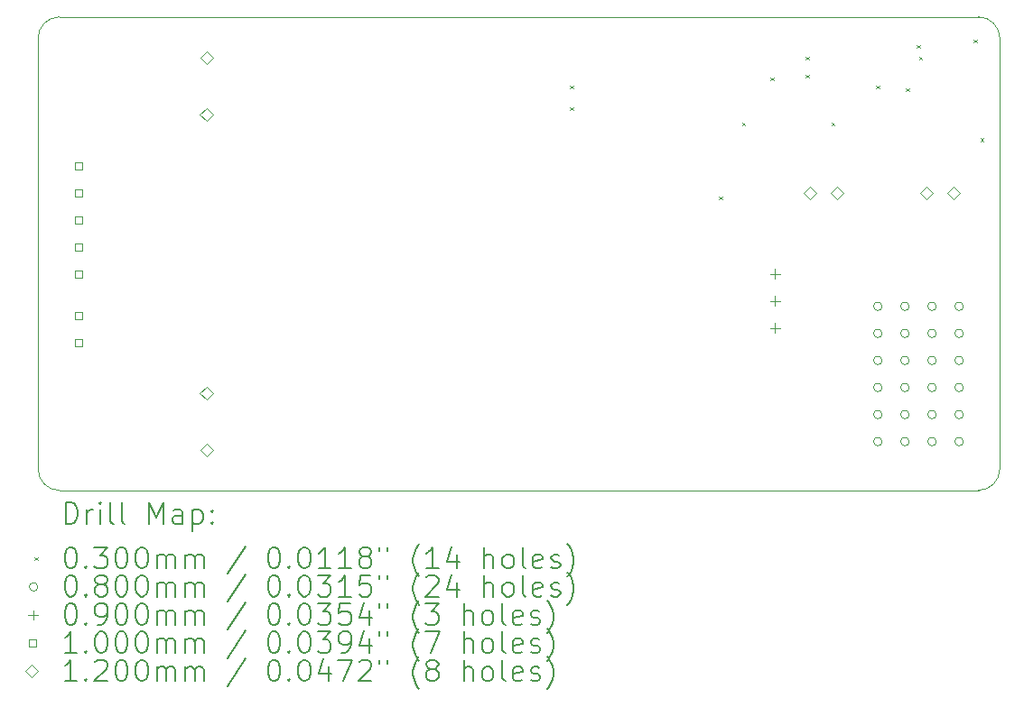
<source format=gbr>
%TF.GenerationSoftware,KiCad,Pcbnew,8.0.4*%
%TF.CreationDate,2024-09-16T22:07:16+05:30*%
%TF.ProjectId,mmeshtastic-pcb,6d6d6573-6874-4617-9374-69632d706362,rev?*%
%TF.SameCoordinates,Original*%
%TF.FileFunction,Drillmap*%
%TF.FilePolarity,Positive*%
%FSLAX45Y45*%
G04 Gerber Fmt 4.5, Leading zero omitted, Abs format (unit mm)*
G04 Created by KiCad (PCBNEW 8.0.4) date 2024-09-16 22:07:16*
%MOMM*%
%LPD*%
G01*
G04 APERTURE LIST*
%ADD10C,0.050000*%
%ADD11C,0.200000*%
%ADD12C,0.100000*%
%ADD13C,0.120000*%
G04 APERTURE END LIST*
D10*
X5280000Y-6731000D02*
X13897000Y-6731000D01*
X5080000Y-10976000D02*
X5080000Y-6931000D01*
X5280000Y-11176000D02*
G75*
G02*
X5080000Y-10976000I0J200000D01*
G01*
X13897000Y-6731000D02*
G75*
G02*
X14097000Y-6931000I0J-200000D01*
G01*
X13897000Y-11176000D02*
X5280000Y-11176000D01*
X14097000Y-6931000D02*
X14097000Y-10976000D01*
X14097000Y-10976000D02*
G75*
G02*
X13897000Y-11176000I-200000J0D01*
G01*
X5080000Y-6931000D02*
G75*
G02*
X5280000Y-6731000I200000J0D01*
G01*
D11*
D12*
X10068800Y-7376400D02*
X10098800Y-7406400D01*
X10098800Y-7376400D02*
X10068800Y-7406400D01*
X10068800Y-7579600D02*
X10098800Y-7609600D01*
X10098800Y-7579600D02*
X10068800Y-7609600D01*
X11465800Y-8417800D02*
X11495800Y-8447800D01*
X11495800Y-8417800D02*
X11465800Y-8447800D01*
X11681700Y-7721650D02*
X11711700Y-7751650D01*
X11711700Y-7721650D02*
X11681700Y-7751650D01*
X11948400Y-7300200D02*
X11978400Y-7330200D01*
X11978400Y-7300200D02*
X11948400Y-7330200D01*
X12278600Y-7104100D02*
X12308600Y-7134100D01*
X12308600Y-7104100D02*
X12278600Y-7134100D01*
X12278600Y-7274800D02*
X12308600Y-7304800D01*
X12308600Y-7274800D02*
X12278600Y-7304800D01*
X12519900Y-7721650D02*
X12549900Y-7751650D01*
X12549900Y-7721650D02*
X12519900Y-7751650D01*
X12939000Y-7376400D02*
X12969000Y-7406400D01*
X12969000Y-7376400D02*
X12939000Y-7406400D01*
X13218400Y-7401800D02*
X13248400Y-7431800D01*
X13248400Y-7401800D02*
X13218400Y-7431800D01*
X13320000Y-6995400D02*
X13350000Y-7025400D01*
X13350000Y-6995400D02*
X13320000Y-7025400D01*
X13338300Y-7104100D02*
X13368300Y-7134100D01*
X13368300Y-7104100D02*
X13338300Y-7134100D01*
X13853400Y-6944600D02*
X13883400Y-6974600D01*
X13883400Y-6944600D02*
X13853400Y-6974600D01*
X13916900Y-7871700D02*
X13946900Y-7901700D01*
X13946900Y-7871700D02*
X13916900Y-7901700D01*
X12994000Y-9448800D02*
G75*
G02*
X12914000Y-9448800I-40000J0D01*
G01*
X12914000Y-9448800D02*
G75*
G02*
X12994000Y-9448800I40000J0D01*
G01*
X12994000Y-9702800D02*
G75*
G02*
X12914000Y-9702800I-40000J0D01*
G01*
X12914000Y-9702800D02*
G75*
G02*
X12994000Y-9702800I40000J0D01*
G01*
X12994000Y-9956800D02*
G75*
G02*
X12914000Y-9956800I-40000J0D01*
G01*
X12914000Y-9956800D02*
G75*
G02*
X12994000Y-9956800I40000J0D01*
G01*
X12994000Y-10210800D02*
G75*
G02*
X12914000Y-10210800I-40000J0D01*
G01*
X12914000Y-10210800D02*
G75*
G02*
X12994000Y-10210800I40000J0D01*
G01*
X12994000Y-10464800D02*
G75*
G02*
X12914000Y-10464800I-40000J0D01*
G01*
X12914000Y-10464800D02*
G75*
G02*
X12994000Y-10464800I40000J0D01*
G01*
X12994000Y-10718800D02*
G75*
G02*
X12914000Y-10718800I-40000J0D01*
G01*
X12914000Y-10718800D02*
G75*
G02*
X12994000Y-10718800I40000J0D01*
G01*
X13248000Y-9448800D02*
G75*
G02*
X13168000Y-9448800I-40000J0D01*
G01*
X13168000Y-9448800D02*
G75*
G02*
X13248000Y-9448800I40000J0D01*
G01*
X13248000Y-9702800D02*
G75*
G02*
X13168000Y-9702800I-40000J0D01*
G01*
X13168000Y-9702800D02*
G75*
G02*
X13248000Y-9702800I40000J0D01*
G01*
X13248000Y-9956800D02*
G75*
G02*
X13168000Y-9956800I-40000J0D01*
G01*
X13168000Y-9956800D02*
G75*
G02*
X13248000Y-9956800I40000J0D01*
G01*
X13248000Y-10210800D02*
G75*
G02*
X13168000Y-10210800I-40000J0D01*
G01*
X13168000Y-10210800D02*
G75*
G02*
X13248000Y-10210800I40000J0D01*
G01*
X13248000Y-10464800D02*
G75*
G02*
X13168000Y-10464800I-40000J0D01*
G01*
X13168000Y-10464800D02*
G75*
G02*
X13248000Y-10464800I40000J0D01*
G01*
X13248000Y-10718800D02*
G75*
G02*
X13168000Y-10718800I-40000J0D01*
G01*
X13168000Y-10718800D02*
G75*
G02*
X13248000Y-10718800I40000J0D01*
G01*
X13502000Y-9448800D02*
G75*
G02*
X13422000Y-9448800I-40000J0D01*
G01*
X13422000Y-9448800D02*
G75*
G02*
X13502000Y-9448800I40000J0D01*
G01*
X13502000Y-9702800D02*
G75*
G02*
X13422000Y-9702800I-40000J0D01*
G01*
X13422000Y-9702800D02*
G75*
G02*
X13502000Y-9702800I40000J0D01*
G01*
X13502000Y-9956800D02*
G75*
G02*
X13422000Y-9956800I-40000J0D01*
G01*
X13422000Y-9956800D02*
G75*
G02*
X13502000Y-9956800I40000J0D01*
G01*
X13502000Y-10210800D02*
G75*
G02*
X13422000Y-10210800I-40000J0D01*
G01*
X13422000Y-10210800D02*
G75*
G02*
X13502000Y-10210800I40000J0D01*
G01*
X13502000Y-10464800D02*
G75*
G02*
X13422000Y-10464800I-40000J0D01*
G01*
X13422000Y-10464800D02*
G75*
G02*
X13502000Y-10464800I40000J0D01*
G01*
X13502000Y-10718800D02*
G75*
G02*
X13422000Y-10718800I-40000J0D01*
G01*
X13422000Y-10718800D02*
G75*
G02*
X13502000Y-10718800I40000J0D01*
G01*
X13756000Y-9448800D02*
G75*
G02*
X13676000Y-9448800I-40000J0D01*
G01*
X13676000Y-9448800D02*
G75*
G02*
X13756000Y-9448800I40000J0D01*
G01*
X13756000Y-9702800D02*
G75*
G02*
X13676000Y-9702800I-40000J0D01*
G01*
X13676000Y-9702800D02*
G75*
G02*
X13756000Y-9702800I40000J0D01*
G01*
X13756000Y-9956800D02*
G75*
G02*
X13676000Y-9956800I-40000J0D01*
G01*
X13676000Y-9956800D02*
G75*
G02*
X13756000Y-9956800I40000J0D01*
G01*
X13756000Y-10210800D02*
G75*
G02*
X13676000Y-10210800I-40000J0D01*
G01*
X13676000Y-10210800D02*
G75*
G02*
X13756000Y-10210800I40000J0D01*
G01*
X13756000Y-10464800D02*
G75*
G02*
X13676000Y-10464800I-40000J0D01*
G01*
X13676000Y-10464800D02*
G75*
G02*
X13756000Y-10464800I40000J0D01*
G01*
X13756000Y-10718800D02*
G75*
G02*
X13676000Y-10718800I-40000J0D01*
G01*
X13676000Y-10718800D02*
G75*
G02*
X13756000Y-10718800I40000J0D01*
G01*
X11988800Y-9099000D02*
X11988800Y-9189000D01*
X11943800Y-9144000D02*
X12033800Y-9144000D01*
X11988800Y-9353000D02*
X11988800Y-9443000D01*
X11943800Y-9398000D02*
X12033800Y-9398000D01*
X11988800Y-9607000D02*
X11988800Y-9697000D01*
X11943800Y-9652000D02*
X12033800Y-9652000D01*
X5493856Y-9571056D02*
X5493856Y-9500344D01*
X5423144Y-9500344D01*
X5423144Y-9571056D01*
X5493856Y-9571056D01*
X5493856Y-9825056D02*
X5493856Y-9754344D01*
X5423144Y-9754344D01*
X5423144Y-9825056D01*
X5493856Y-9825056D01*
X5496356Y-8163356D02*
X5496356Y-8092644D01*
X5425644Y-8092644D01*
X5425644Y-8163356D01*
X5496356Y-8163356D01*
X5496356Y-8417356D02*
X5496356Y-8346644D01*
X5425644Y-8346644D01*
X5425644Y-8417356D01*
X5496356Y-8417356D01*
X5496356Y-8671356D02*
X5496356Y-8600644D01*
X5425644Y-8600644D01*
X5425644Y-8671356D01*
X5496356Y-8671356D01*
X5496356Y-8925356D02*
X5496356Y-8854644D01*
X5425644Y-8854644D01*
X5425644Y-8925356D01*
X5496356Y-8925356D01*
X5496356Y-9179356D02*
X5496356Y-9108644D01*
X5425644Y-9108644D01*
X5425644Y-9179356D01*
X5496356Y-9179356D01*
D13*
X6657700Y-7705400D02*
X6717700Y-7645400D01*
X6657700Y-7585400D01*
X6597700Y-7645400D01*
X6657700Y-7705400D01*
X6657700Y-10321600D02*
X6717700Y-10261600D01*
X6657700Y-10201600D01*
X6597700Y-10261600D01*
X6657700Y-10321600D01*
X6661000Y-7172000D02*
X6721000Y-7112000D01*
X6661000Y-7052000D01*
X6601000Y-7112000D01*
X6661000Y-7172000D01*
X6661000Y-10855000D02*
X6721000Y-10795000D01*
X6661000Y-10735000D01*
X6601000Y-10795000D01*
X6661000Y-10855000D01*
X12319000Y-8442000D02*
X12379000Y-8382000D01*
X12319000Y-8322000D01*
X12259000Y-8382000D01*
X12319000Y-8442000D01*
X12573000Y-8442000D02*
X12633000Y-8382000D01*
X12573000Y-8322000D01*
X12513000Y-8382000D01*
X12573000Y-8442000D01*
X13411200Y-8442000D02*
X13471200Y-8382000D01*
X13411200Y-8322000D01*
X13351200Y-8382000D01*
X13411200Y-8442000D01*
X13665200Y-8442000D02*
X13725200Y-8382000D01*
X13665200Y-8322000D01*
X13605200Y-8382000D01*
X13665200Y-8442000D01*
D11*
X5338277Y-11489984D02*
X5338277Y-11289984D01*
X5338277Y-11289984D02*
X5385896Y-11289984D01*
X5385896Y-11289984D02*
X5414467Y-11299508D01*
X5414467Y-11299508D02*
X5433515Y-11318555D01*
X5433515Y-11318555D02*
X5443039Y-11337603D01*
X5443039Y-11337603D02*
X5452563Y-11375698D01*
X5452563Y-11375698D02*
X5452563Y-11404269D01*
X5452563Y-11404269D02*
X5443039Y-11442365D01*
X5443039Y-11442365D02*
X5433515Y-11461412D01*
X5433515Y-11461412D02*
X5414467Y-11480460D01*
X5414467Y-11480460D02*
X5385896Y-11489984D01*
X5385896Y-11489984D02*
X5338277Y-11489984D01*
X5538277Y-11489984D02*
X5538277Y-11356650D01*
X5538277Y-11394746D02*
X5547801Y-11375698D01*
X5547801Y-11375698D02*
X5557324Y-11366174D01*
X5557324Y-11366174D02*
X5576372Y-11356650D01*
X5576372Y-11356650D02*
X5595420Y-11356650D01*
X5662086Y-11489984D02*
X5662086Y-11356650D01*
X5662086Y-11289984D02*
X5652562Y-11299508D01*
X5652562Y-11299508D02*
X5662086Y-11309031D01*
X5662086Y-11309031D02*
X5671610Y-11299508D01*
X5671610Y-11299508D02*
X5662086Y-11289984D01*
X5662086Y-11289984D02*
X5662086Y-11309031D01*
X5785896Y-11489984D02*
X5766848Y-11480460D01*
X5766848Y-11480460D02*
X5757324Y-11461412D01*
X5757324Y-11461412D02*
X5757324Y-11289984D01*
X5890658Y-11489984D02*
X5871610Y-11480460D01*
X5871610Y-11480460D02*
X5862086Y-11461412D01*
X5862086Y-11461412D02*
X5862086Y-11289984D01*
X6119229Y-11489984D02*
X6119229Y-11289984D01*
X6119229Y-11289984D02*
X6185896Y-11432841D01*
X6185896Y-11432841D02*
X6252562Y-11289984D01*
X6252562Y-11289984D02*
X6252562Y-11489984D01*
X6433515Y-11489984D02*
X6433515Y-11385222D01*
X6433515Y-11385222D02*
X6423991Y-11366174D01*
X6423991Y-11366174D02*
X6404943Y-11356650D01*
X6404943Y-11356650D02*
X6366848Y-11356650D01*
X6366848Y-11356650D02*
X6347801Y-11366174D01*
X6433515Y-11480460D02*
X6414467Y-11489984D01*
X6414467Y-11489984D02*
X6366848Y-11489984D01*
X6366848Y-11489984D02*
X6347801Y-11480460D01*
X6347801Y-11480460D02*
X6338277Y-11461412D01*
X6338277Y-11461412D02*
X6338277Y-11442365D01*
X6338277Y-11442365D02*
X6347801Y-11423317D01*
X6347801Y-11423317D02*
X6366848Y-11413793D01*
X6366848Y-11413793D02*
X6414467Y-11413793D01*
X6414467Y-11413793D02*
X6433515Y-11404269D01*
X6528753Y-11356650D02*
X6528753Y-11556650D01*
X6528753Y-11366174D02*
X6547801Y-11356650D01*
X6547801Y-11356650D02*
X6585896Y-11356650D01*
X6585896Y-11356650D02*
X6604943Y-11366174D01*
X6604943Y-11366174D02*
X6614467Y-11375698D01*
X6614467Y-11375698D02*
X6623991Y-11394746D01*
X6623991Y-11394746D02*
X6623991Y-11451888D01*
X6623991Y-11451888D02*
X6614467Y-11470936D01*
X6614467Y-11470936D02*
X6604943Y-11480460D01*
X6604943Y-11480460D02*
X6585896Y-11489984D01*
X6585896Y-11489984D02*
X6547801Y-11489984D01*
X6547801Y-11489984D02*
X6528753Y-11480460D01*
X6709705Y-11470936D02*
X6719229Y-11480460D01*
X6719229Y-11480460D02*
X6709705Y-11489984D01*
X6709705Y-11489984D02*
X6700182Y-11480460D01*
X6700182Y-11480460D02*
X6709705Y-11470936D01*
X6709705Y-11470936D02*
X6709705Y-11489984D01*
X6709705Y-11366174D02*
X6719229Y-11375698D01*
X6719229Y-11375698D02*
X6709705Y-11385222D01*
X6709705Y-11385222D02*
X6700182Y-11375698D01*
X6700182Y-11375698D02*
X6709705Y-11366174D01*
X6709705Y-11366174D02*
X6709705Y-11385222D01*
D12*
X5047500Y-11803500D02*
X5077500Y-11833500D01*
X5077500Y-11803500D02*
X5047500Y-11833500D01*
D11*
X5376372Y-11709984D02*
X5395420Y-11709984D01*
X5395420Y-11709984D02*
X5414467Y-11719508D01*
X5414467Y-11719508D02*
X5423991Y-11729031D01*
X5423991Y-11729031D02*
X5433515Y-11748079D01*
X5433515Y-11748079D02*
X5443039Y-11786174D01*
X5443039Y-11786174D02*
X5443039Y-11833793D01*
X5443039Y-11833793D02*
X5433515Y-11871888D01*
X5433515Y-11871888D02*
X5423991Y-11890936D01*
X5423991Y-11890936D02*
X5414467Y-11900460D01*
X5414467Y-11900460D02*
X5395420Y-11909984D01*
X5395420Y-11909984D02*
X5376372Y-11909984D01*
X5376372Y-11909984D02*
X5357324Y-11900460D01*
X5357324Y-11900460D02*
X5347801Y-11890936D01*
X5347801Y-11890936D02*
X5338277Y-11871888D01*
X5338277Y-11871888D02*
X5328753Y-11833793D01*
X5328753Y-11833793D02*
X5328753Y-11786174D01*
X5328753Y-11786174D02*
X5338277Y-11748079D01*
X5338277Y-11748079D02*
X5347801Y-11729031D01*
X5347801Y-11729031D02*
X5357324Y-11719508D01*
X5357324Y-11719508D02*
X5376372Y-11709984D01*
X5528753Y-11890936D02*
X5538277Y-11900460D01*
X5538277Y-11900460D02*
X5528753Y-11909984D01*
X5528753Y-11909984D02*
X5519229Y-11900460D01*
X5519229Y-11900460D02*
X5528753Y-11890936D01*
X5528753Y-11890936D02*
X5528753Y-11909984D01*
X5604943Y-11709984D02*
X5728753Y-11709984D01*
X5728753Y-11709984D02*
X5662086Y-11786174D01*
X5662086Y-11786174D02*
X5690658Y-11786174D01*
X5690658Y-11786174D02*
X5709705Y-11795698D01*
X5709705Y-11795698D02*
X5719229Y-11805222D01*
X5719229Y-11805222D02*
X5728753Y-11824269D01*
X5728753Y-11824269D02*
X5728753Y-11871888D01*
X5728753Y-11871888D02*
X5719229Y-11890936D01*
X5719229Y-11890936D02*
X5709705Y-11900460D01*
X5709705Y-11900460D02*
X5690658Y-11909984D01*
X5690658Y-11909984D02*
X5633515Y-11909984D01*
X5633515Y-11909984D02*
X5614467Y-11900460D01*
X5614467Y-11900460D02*
X5604943Y-11890936D01*
X5852562Y-11709984D02*
X5871610Y-11709984D01*
X5871610Y-11709984D02*
X5890658Y-11719508D01*
X5890658Y-11719508D02*
X5900182Y-11729031D01*
X5900182Y-11729031D02*
X5909705Y-11748079D01*
X5909705Y-11748079D02*
X5919229Y-11786174D01*
X5919229Y-11786174D02*
X5919229Y-11833793D01*
X5919229Y-11833793D02*
X5909705Y-11871888D01*
X5909705Y-11871888D02*
X5900182Y-11890936D01*
X5900182Y-11890936D02*
X5890658Y-11900460D01*
X5890658Y-11900460D02*
X5871610Y-11909984D01*
X5871610Y-11909984D02*
X5852562Y-11909984D01*
X5852562Y-11909984D02*
X5833515Y-11900460D01*
X5833515Y-11900460D02*
X5823991Y-11890936D01*
X5823991Y-11890936D02*
X5814467Y-11871888D01*
X5814467Y-11871888D02*
X5804943Y-11833793D01*
X5804943Y-11833793D02*
X5804943Y-11786174D01*
X5804943Y-11786174D02*
X5814467Y-11748079D01*
X5814467Y-11748079D02*
X5823991Y-11729031D01*
X5823991Y-11729031D02*
X5833515Y-11719508D01*
X5833515Y-11719508D02*
X5852562Y-11709984D01*
X6043039Y-11709984D02*
X6062086Y-11709984D01*
X6062086Y-11709984D02*
X6081134Y-11719508D01*
X6081134Y-11719508D02*
X6090658Y-11729031D01*
X6090658Y-11729031D02*
X6100182Y-11748079D01*
X6100182Y-11748079D02*
X6109705Y-11786174D01*
X6109705Y-11786174D02*
X6109705Y-11833793D01*
X6109705Y-11833793D02*
X6100182Y-11871888D01*
X6100182Y-11871888D02*
X6090658Y-11890936D01*
X6090658Y-11890936D02*
X6081134Y-11900460D01*
X6081134Y-11900460D02*
X6062086Y-11909984D01*
X6062086Y-11909984D02*
X6043039Y-11909984D01*
X6043039Y-11909984D02*
X6023991Y-11900460D01*
X6023991Y-11900460D02*
X6014467Y-11890936D01*
X6014467Y-11890936D02*
X6004943Y-11871888D01*
X6004943Y-11871888D02*
X5995420Y-11833793D01*
X5995420Y-11833793D02*
X5995420Y-11786174D01*
X5995420Y-11786174D02*
X6004943Y-11748079D01*
X6004943Y-11748079D02*
X6014467Y-11729031D01*
X6014467Y-11729031D02*
X6023991Y-11719508D01*
X6023991Y-11719508D02*
X6043039Y-11709984D01*
X6195420Y-11909984D02*
X6195420Y-11776650D01*
X6195420Y-11795698D02*
X6204943Y-11786174D01*
X6204943Y-11786174D02*
X6223991Y-11776650D01*
X6223991Y-11776650D02*
X6252563Y-11776650D01*
X6252563Y-11776650D02*
X6271610Y-11786174D01*
X6271610Y-11786174D02*
X6281134Y-11805222D01*
X6281134Y-11805222D02*
X6281134Y-11909984D01*
X6281134Y-11805222D02*
X6290658Y-11786174D01*
X6290658Y-11786174D02*
X6309705Y-11776650D01*
X6309705Y-11776650D02*
X6338277Y-11776650D01*
X6338277Y-11776650D02*
X6357324Y-11786174D01*
X6357324Y-11786174D02*
X6366848Y-11805222D01*
X6366848Y-11805222D02*
X6366848Y-11909984D01*
X6462086Y-11909984D02*
X6462086Y-11776650D01*
X6462086Y-11795698D02*
X6471610Y-11786174D01*
X6471610Y-11786174D02*
X6490658Y-11776650D01*
X6490658Y-11776650D02*
X6519229Y-11776650D01*
X6519229Y-11776650D02*
X6538277Y-11786174D01*
X6538277Y-11786174D02*
X6547801Y-11805222D01*
X6547801Y-11805222D02*
X6547801Y-11909984D01*
X6547801Y-11805222D02*
X6557324Y-11786174D01*
X6557324Y-11786174D02*
X6576372Y-11776650D01*
X6576372Y-11776650D02*
X6604943Y-11776650D01*
X6604943Y-11776650D02*
X6623991Y-11786174D01*
X6623991Y-11786174D02*
X6633515Y-11805222D01*
X6633515Y-11805222D02*
X6633515Y-11909984D01*
X7023991Y-11700460D02*
X6852563Y-11957603D01*
X7281134Y-11709984D02*
X7300182Y-11709984D01*
X7300182Y-11709984D02*
X7319229Y-11719508D01*
X7319229Y-11719508D02*
X7328753Y-11729031D01*
X7328753Y-11729031D02*
X7338277Y-11748079D01*
X7338277Y-11748079D02*
X7347801Y-11786174D01*
X7347801Y-11786174D02*
X7347801Y-11833793D01*
X7347801Y-11833793D02*
X7338277Y-11871888D01*
X7338277Y-11871888D02*
X7328753Y-11890936D01*
X7328753Y-11890936D02*
X7319229Y-11900460D01*
X7319229Y-11900460D02*
X7300182Y-11909984D01*
X7300182Y-11909984D02*
X7281134Y-11909984D01*
X7281134Y-11909984D02*
X7262086Y-11900460D01*
X7262086Y-11900460D02*
X7252563Y-11890936D01*
X7252563Y-11890936D02*
X7243039Y-11871888D01*
X7243039Y-11871888D02*
X7233515Y-11833793D01*
X7233515Y-11833793D02*
X7233515Y-11786174D01*
X7233515Y-11786174D02*
X7243039Y-11748079D01*
X7243039Y-11748079D02*
X7252563Y-11729031D01*
X7252563Y-11729031D02*
X7262086Y-11719508D01*
X7262086Y-11719508D02*
X7281134Y-11709984D01*
X7433515Y-11890936D02*
X7443039Y-11900460D01*
X7443039Y-11900460D02*
X7433515Y-11909984D01*
X7433515Y-11909984D02*
X7423991Y-11900460D01*
X7423991Y-11900460D02*
X7433515Y-11890936D01*
X7433515Y-11890936D02*
X7433515Y-11909984D01*
X7566848Y-11709984D02*
X7585896Y-11709984D01*
X7585896Y-11709984D02*
X7604944Y-11719508D01*
X7604944Y-11719508D02*
X7614467Y-11729031D01*
X7614467Y-11729031D02*
X7623991Y-11748079D01*
X7623991Y-11748079D02*
X7633515Y-11786174D01*
X7633515Y-11786174D02*
X7633515Y-11833793D01*
X7633515Y-11833793D02*
X7623991Y-11871888D01*
X7623991Y-11871888D02*
X7614467Y-11890936D01*
X7614467Y-11890936D02*
X7604944Y-11900460D01*
X7604944Y-11900460D02*
X7585896Y-11909984D01*
X7585896Y-11909984D02*
X7566848Y-11909984D01*
X7566848Y-11909984D02*
X7547801Y-11900460D01*
X7547801Y-11900460D02*
X7538277Y-11890936D01*
X7538277Y-11890936D02*
X7528753Y-11871888D01*
X7528753Y-11871888D02*
X7519229Y-11833793D01*
X7519229Y-11833793D02*
X7519229Y-11786174D01*
X7519229Y-11786174D02*
X7528753Y-11748079D01*
X7528753Y-11748079D02*
X7538277Y-11729031D01*
X7538277Y-11729031D02*
X7547801Y-11719508D01*
X7547801Y-11719508D02*
X7566848Y-11709984D01*
X7823991Y-11909984D02*
X7709706Y-11909984D01*
X7766848Y-11909984D02*
X7766848Y-11709984D01*
X7766848Y-11709984D02*
X7747801Y-11738555D01*
X7747801Y-11738555D02*
X7728753Y-11757603D01*
X7728753Y-11757603D02*
X7709706Y-11767127D01*
X8014467Y-11909984D02*
X7900182Y-11909984D01*
X7957325Y-11909984D02*
X7957325Y-11709984D01*
X7957325Y-11709984D02*
X7938277Y-11738555D01*
X7938277Y-11738555D02*
X7919229Y-11757603D01*
X7919229Y-11757603D02*
X7900182Y-11767127D01*
X8128753Y-11795698D02*
X8109706Y-11786174D01*
X8109706Y-11786174D02*
X8100182Y-11776650D01*
X8100182Y-11776650D02*
X8090658Y-11757603D01*
X8090658Y-11757603D02*
X8090658Y-11748079D01*
X8090658Y-11748079D02*
X8100182Y-11729031D01*
X8100182Y-11729031D02*
X8109706Y-11719508D01*
X8109706Y-11719508D02*
X8128753Y-11709984D01*
X8128753Y-11709984D02*
X8166848Y-11709984D01*
X8166848Y-11709984D02*
X8185896Y-11719508D01*
X8185896Y-11719508D02*
X8195420Y-11729031D01*
X8195420Y-11729031D02*
X8204944Y-11748079D01*
X8204944Y-11748079D02*
X8204944Y-11757603D01*
X8204944Y-11757603D02*
X8195420Y-11776650D01*
X8195420Y-11776650D02*
X8185896Y-11786174D01*
X8185896Y-11786174D02*
X8166848Y-11795698D01*
X8166848Y-11795698D02*
X8128753Y-11795698D01*
X8128753Y-11795698D02*
X8109706Y-11805222D01*
X8109706Y-11805222D02*
X8100182Y-11814746D01*
X8100182Y-11814746D02*
X8090658Y-11833793D01*
X8090658Y-11833793D02*
X8090658Y-11871888D01*
X8090658Y-11871888D02*
X8100182Y-11890936D01*
X8100182Y-11890936D02*
X8109706Y-11900460D01*
X8109706Y-11900460D02*
X8128753Y-11909984D01*
X8128753Y-11909984D02*
X8166848Y-11909984D01*
X8166848Y-11909984D02*
X8185896Y-11900460D01*
X8185896Y-11900460D02*
X8195420Y-11890936D01*
X8195420Y-11890936D02*
X8204944Y-11871888D01*
X8204944Y-11871888D02*
X8204944Y-11833793D01*
X8204944Y-11833793D02*
X8195420Y-11814746D01*
X8195420Y-11814746D02*
X8185896Y-11805222D01*
X8185896Y-11805222D02*
X8166848Y-11795698D01*
X8281134Y-11709984D02*
X8281134Y-11748079D01*
X8357325Y-11709984D02*
X8357325Y-11748079D01*
X8652563Y-11986174D02*
X8643039Y-11976650D01*
X8643039Y-11976650D02*
X8623991Y-11948079D01*
X8623991Y-11948079D02*
X8614468Y-11929031D01*
X8614468Y-11929031D02*
X8604944Y-11900460D01*
X8604944Y-11900460D02*
X8595420Y-11852841D01*
X8595420Y-11852841D02*
X8595420Y-11814746D01*
X8595420Y-11814746D02*
X8604944Y-11767127D01*
X8604944Y-11767127D02*
X8614468Y-11738555D01*
X8614468Y-11738555D02*
X8623991Y-11719508D01*
X8623991Y-11719508D02*
X8643039Y-11690936D01*
X8643039Y-11690936D02*
X8652563Y-11681412D01*
X8833515Y-11909984D02*
X8719230Y-11909984D01*
X8776372Y-11909984D02*
X8776372Y-11709984D01*
X8776372Y-11709984D02*
X8757325Y-11738555D01*
X8757325Y-11738555D02*
X8738277Y-11757603D01*
X8738277Y-11757603D02*
X8719230Y-11767127D01*
X9004944Y-11776650D02*
X9004944Y-11909984D01*
X8957325Y-11700460D02*
X8909706Y-11843317D01*
X8909706Y-11843317D02*
X9033515Y-11843317D01*
X9262087Y-11909984D02*
X9262087Y-11709984D01*
X9347801Y-11909984D02*
X9347801Y-11805222D01*
X9347801Y-11805222D02*
X9338277Y-11786174D01*
X9338277Y-11786174D02*
X9319230Y-11776650D01*
X9319230Y-11776650D02*
X9290658Y-11776650D01*
X9290658Y-11776650D02*
X9271611Y-11786174D01*
X9271611Y-11786174D02*
X9262087Y-11795698D01*
X9471611Y-11909984D02*
X9452563Y-11900460D01*
X9452563Y-11900460D02*
X9443039Y-11890936D01*
X9443039Y-11890936D02*
X9433515Y-11871888D01*
X9433515Y-11871888D02*
X9433515Y-11814746D01*
X9433515Y-11814746D02*
X9443039Y-11795698D01*
X9443039Y-11795698D02*
X9452563Y-11786174D01*
X9452563Y-11786174D02*
X9471611Y-11776650D01*
X9471611Y-11776650D02*
X9500182Y-11776650D01*
X9500182Y-11776650D02*
X9519230Y-11786174D01*
X9519230Y-11786174D02*
X9528753Y-11795698D01*
X9528753Y-11795698D02*
X9538277Y-11814746D01*
X9538277Y-11814746D02*
X9538277Y-11871888D01*
X9538277Y-11871888D02*
X9528753Y-11890936D01*
X9528753Y-11890936D02*
X9519230Y-11900460D01*
X9519230Y-11900460D02*
X9500182Y-11909984D01*
X9500182Y-11909984D02*
X9471611Y-11909984D01*
X9652563Y-11909984D02*
X9633515Y-11900460D01*
X9633515Y-11900460D02*
X9623992Y-11881412D01*
X9623992Y-11881412D02*
X9623992Y-11709984D01*
X9804944Y-11900460D02*
X9785896Y-11909984D01*
X9785896Y-11909984D02*
X9747801Y-11909984D01*
X9747801Y-11909984D02*
X9728753Y-11900460D01*
X9728753Y-11900460D02*
X9719230Y-11881412D01*
X9719230Y-11881412D02*
X9719230Y-11805222D01*
X9719230Y-11805222D02*
X9728753Y-11786174D01*
X9728753Y-11786174D02*
X9747801Y-11776650D01*
X9747801Y-11776650D02*
X9785896Y-11776650D01*
X9785896Y-11776650D02*
X9804944Y-11786174D01*
X9804944Y-11786174D02*
X9814468Y-11805222D01*
X9814468Y-11805222D02*
X9814468Y-11824269D01*
X9814468Y-11824269D02*
X9719230Y-11843317D01*
X9890658Y-11900460D02*
X9909706Y-11909984D01*
X9909706Y-11909984D02*
X9947801Y-11909984D01*
X9947801Y-11909984D02*
X9966849Y-11900460D01*
X9966849Y-11900460D02*
X9976373Y-11881412D01*
X9976373Y-11881412D02*
X9976373Y-11871888D01*
X9976373Y-11871888D02*
X9966849Y-11852841D01*
X9966849Y-11852841D02*
X9947801Y-11843317D01*
X9947801Y-11843317D02*
X9919230Y-11843317D01*
X9919230Y-11843317D02*
X9900182Y-11833793D01*
X9900182Y-11833793D02*
X9890658Y-11814746D01*
X9890658Y-11814746D02*
X9890658Y-11805222D01*
X9890658Y-11805222D02*
X9900182Y-11786174D01*
X9900182Y-11786174D02*
X9919230Y-11776650D01*
X9919230Y-11776650D02*
X9947801Y-11776650D01*
X9947801Y-11776650D02*
X9966849Y-11786174D01*
X10043039Y-11986174D02*
X10052563Y-11976650D01*
X10052563Y-11976650D02*
X10071611Y-11948079D01*
X10071611Y-11948079D02*
X10081134Y-11929031D01*
X10081134Y-11929031D02*
X10090658Y-11900460D01*
X10090658Y-11900460D02*
X10100182Y-11852841D01*
X10100182Y-11852841D02*
X10100182Y-11814746D01*
X10100182Y-11814746D02*
X10090658Y-11767127D01*
X10090658Y-11767127D02*
X10081134Y-11738555D01*
X10081134Y-11738555D02*
X10071611Y-11719508D01*
X10071611Y-11719508D02*
X10052563Y-11690936D01*
X10052563Y-11690936D02*
X10043039Y-11681412D01*
D12*
X5077500Y-12082500D02*
G75*
G02*
X4997500Y-12082500I-40000J0D01*
G01*
X4997500Y-12082500D02*
G75*
G02*
X5077500Y-12082500I40000J0D01*
G01*
D11*
X5376372Y-11973984D02*
X5395420Y-11973984D01*
X5395420Y-11973984D02*
X5414467Y-11983508D01*
X5414467Y-11983508D02*
X5423991Y-11993031D01*
X5423991Y-11993031D02*
X5433515Y-12012079D01*
X5433515Y-12012079D02*
X5443039Y-12050174D01*
X5443039Y-12050174D02*
X5443039Y-12097793D01*
X5443039Y-12097793D02*
X5433515Y-12135888D01*
X5433515Y-12135888D02*
X5423991Y-12154936D01*
X5423991Y-12154936D02*
X5414467Y-12164460D01*
X5414467Y-12164460D02*
X5395420Y-12173984D01*
X5395420Y-12173984D02*
X5376372Y-12173984D01*
X5376372Y-12173984D02*
X5357324Y-12164460D01*
X5357324Y-12164460D02*
X5347801Y-12154936D01*
X5347801Y-12154936D02*
X5338277Y-12135888D01*
X5338277Y-12135888D02*
X5328753Y-12097793D01*
X5328753Y-12097793D02*
X5328753Y-12050174D01*
X5328753Y-12050174D02*
X5338277Y-12012079D01*
X5338277Y-12012079D02*
X5347801Y-11993031D01*
X5347801Y-11993031D02*
X5357324Y-11983508D01*
X5357324Y-11983508D02*
X5376372Y-11973984D01*
X5528753Y-12154936D02*
X5538277Y-12164460D01*
X5538277Y-12164460D02*
X5528753Y-12173984D01*
X5528753Y-12173984D02*
X5519229Y-12164460D01*
X5519229Y-12164460D02*
X5528753Y-12154936D01*
X5528753Y-12154936D02*
X5528753Y-12173984D01*
X5652562Y-12059698D02*
X5633515Y-12050174D01*
X5633515Y-12050174D02*
X5623991Y-12040650D01*
X5623991Y-12040650D02*
X5614467Y-12021603D01*
X5614467Y-12021603D02*
X5614467Y-12012079D01*
X5614467Y-12012079D02*
X5623991Y-11993031D01*
X5623991Y-11993031D02*
X5633515Y-11983508D01*
X5633515Y-11983508D02*
X5652562Y-11973984D01*
X5652562Y-11973984D02*
X5690658Y-11973984D01*
X5690658Y-11973984D02*
X5709705Y-11983508D01*
X5709705Y-11983508D02*
X5719229Y-11993031D01*
X5719229Y-11993031D02*
X5728753Y-12012079D01*
X5728753Y-12012079D02*
X5728753Y-12021603D01*
X5728753Y-12021603D02*
X5719229Y-12040650D01*
X5719229Y-12040650D02*
X5709705Y-12050174D01*
X5709705Y-12050174D02*
X5690658Y-12059698D01*
X5690658Y-12059698D02*
X5652562Y-12059698D01*
X5652562Y-12059698D02*
X5633515Y-12069222D01*
X5633515Y-12069222D02*
X5623991Y-12078746D01*
X5623991Y-12078746D02*
X5614467Y-12097793D01*
X5614467Y-12097793D02*
X5614467Y-12135888D01*
X5614467Y-12135888D02*
X5623991Y-12154936D01*
X5623991Y-12154936D02*
X5633515Y-12164460D01*
X5633515Y-12164460D02*
X5652562Y-12173984D01*
X5652562Y-12173984D02*
X5690658Y-12173984D01*
X5690658Y-12173984D02*
X5709705Y-12164460D01*
X5709705Y-12164460D02*
X5719229Y-12154936D01*
X5719229Y-12154936D02*
X5728753Y-12135888D01*
X5728753Y-12135888D02*
X5728753Y-12097793D01*
X5728753Y-12097793D02*
X5719229Y-12078746D01*
X5719229Y-12078746D02*
X5709705Y-12069222D01*
X5709705Y-12069222D02*
X5690658Y-12059698D01*
X5852562Y-11973984D02*
X5871610Y-11973984D01*
X5871610Y-11973984D02*
X5890658Y-11983508D01*
X5890658Y-11983508D02*
X5900182Y-11993031D01*
X5900182Y-11993031D02*
X5909705Y-12012079D01*
X5909705Y-12012079D02*
X5919229Y-12050174D01*
X5919229Y-12050174D02*
X5919229Y-12097793D01*
X5919229Y-12097793D02*
X5909705Y-12135888D01*
X5909705Y-12135888D02*
X5900182Y-12154936D01*
X5900182Y-12154936D02*
X5890658Y-12164460D01*
X5890658Y-12164460D02*
X5871610Y-12173984D01*
X5871610Y-12173984D02*
X5852562Y-12173984D01*
X5852562Y-12173984D02*
X5833515Y-12164460D01*
X5833515Y-12164460D02*
X5823991Y-12154936D01*
X5823991Y-12154936D02*
X5814467Y-12135888D01*
X5814467Y-12135888D02*
X5804943Y-12097793D01*
X5804943Y-12097793D02*
X5804943Y-12050174D01*
X5804943Y-12050174D02*
X5814467Y-12012079D01*
X5814467Y-12012079D02*
X5823991Y-11993031D01*
X5823991Y-11993031D02*
X5833515Y-11983508D01*
X5833515Y-11983508D02*
X5852562Y-11973984D01*
X6043039Y-11973984D02*
X6062086Y-11973984D01*
X6062086Y-11973984D02*
X6081134Y-11983508D01*
X6081134Y-11983508D02*
X6090658Y-11993031D01*
X6090658Y-11993031D02*
X6100182Y-12012079D01*
X6100182Y-12012079D02*
X6109705Y-12050174D01*
X6109705Y-12050174D02*
X6109705Y-12097793D01*
X6109705Y-12097793D02*
X6100182Y-12135888D01*
X6100182Y-12135888D02*
X6090658Y-12154936D01*
X6090658Y-12154936D02*
X6081134Y-12164460D01*
X6081134Y-12164460D02*
X6062086Y-12173984D01*
X6062086Y-12173984D02*
X6043039Y-12173984D01*
X6043039Y-12173984D02*
X6023991Y-12164460D01*
X6023991Y-12164460D02*
X6014467Y-12154936D01*
X6014467Y-12154936D02*
X6004943Y-12135888D01*
X6004943Y-12135888D02*
X5995420Y-12097793D01*
X5995420Y-12097793D02*
X5995420Y-12050174D01*
X5995420Y-12050174D02*
X6004943Y-12012079D01*
X6004943Y-12012079D02*
X6014467Y-11993031D01*
X6014467Y-11993031D02*
X6023991Y-11983508D01*
X6023991Y-11983508D02*
X6043039Y-11973984D01*
X6195420Y-12173984D02*
X6195420Y-12040650D01*
X6195420Y-12059698D02*
X6204943Y-12050174D01*
X6204943Y-12050174D02*
X6223991Y-12040650D01*
X6223991Y-12040650D02*
X6252563Y-12040650D01*
X6252563Y-12040650D02*
X6271610Y-12050174D01*
X6271610Y-12050174D02*
X6281134Y-12069222D01*
X6281134Y-12069222D02*
X6281134Y-12173984D01*
X6281134Y-12069222D02*
X6290658Y-12050174D01*
X6290658Y-12050174D02*
X6309705Y-12040650D01*
X6309705Y-12040650D02*
X6338277Y-12040650D01*
X6338277Y-12040650D02*
X6357324Y-12050174D01*
X6357324Y-12050174D02*
X6366848Y-12069222D01*
X6366848Y-12069222D02*
X6366848Y-12173984D01*
X6462086Y-12173984D02*
X6462086Y-12040650D01*
X6462086Y-12059698D02*
X6471610Y-12050174D01*
X6471610Y-12050174D02*
X6490658Y-12040650D01*
X6490658Y-12040650D02*
X6519229Y-12040650D01*
X6519229Y-12040650D02*
X6538277Y-12050174D01*
X6538277Y-12050174D02*
X6547801Y-12069222D01*
X6547801Y-12069222D02*
X6547801Y-12173984D01*
X6547801Y-12069222D02*
X6557324Y-12050174D01*
X6557324Y-12050174D02*
X6576372Y-12040650D01*
X6576372Y-12040650D02*
X6604943Y-12040650D01*
X6604943Y-12040650D02*
X6623991Y-12050174D01*
X6623991Y-12050174D02*
X6633515Y-12069222D01*
X6633515Y-12069222D02*
X6633515Y-12173984D01*
X7023991Y-11964460D02*
X6852563Y-12221603D01*
X7281134Y-11973984D02*
X7300182Y-11973984D01*
X7300182Y-11973984D02*
X7319229Y-11983508D01*
X7319229Y-11983508D02*
X7328753Y-11993031D01*
X7328753Y-11993031D02*
X7338277Y-12012079D01*
X7338277Y-12012079D02*
X7347801Y-12050174D01*
X7347801Y-12050174D02*
X7347801Y-12097793D01*
X7347801Y-12097793D02*
X7338277Y-12135888D01*
X7338277Y-12135888D02*
X7328753Y-12154936D01*
X7328753Y-12154936D02*
X7319229Y-12164460D01*
X7319229Y-12164460D02*
X7300182Y-12173984D01*
X7300182Y-12173984D02*
X7281134Y-12173984D01*
X7281134Y-12173984D02*
X7262086Y-12164460D01*
X7262086Y-12164460D02*
X7252563Y-12154936D01*
X7252563Y-12154936D02*
X7243039Y-12135888D01*
X7243039Y-12135888D02*
X7233515Y-12097793D01*
X7233515Y-12097793D02*
X7233515Y-12050174D01*
X7233515Y-12050174D02*
X7243039Y-12012079D01*
X7243039Y-12012079D02*
X7252563Y-11993031D01*
X7252563Y-11993031D02*
X7262086Y-11983508D01*
X7262086Y-11983508D02*
X7281134Y-11973984D01*
X7433515Y-12154936D02*
X7443039Y-12164460D01*
X7443039Y-12164460D02*
X7433515Y-12173984D01*
X7433515Y-12173984D02*
X7423991Y-12164460D01*
X7423991Y-12164460D02*
X7433515Y-12154936D01*
X7433515Y-12154936D02*
X7433515Y-12173984D01*
X7566848Y-11973984D02*
X7585896Y-11973984D01*
X7585896Y-11973984D02*
X7604944Y-11983508D01*
X7604944Y-11983508D02*
X7614467Y-11993031D01*
X7614467Y-11993031D02*
X7623991Y-12012079D01*
X7623991Y-12012079D02*
X7633515Y-12050174D01*
X7633515Y-12050174D02*
X7633515Y-12097793D01*
X7633515Y-12097793D02*
X7623991Y-12135888D01*
X7623991Y-12135888D02*
X7614467Y-12154936D01*
X7614467Y-12154936D02*
X7604944Y-12164460D01*
X7604944Y-12164460D02*
X7585896Y-12173984D01*
X7585896Y-12173984D02*
X7566848Y-12173984D01*
X7566848Y-12173984D02*
X7547801Y-12164460D01*
X7547801Y-12164460D02*
X7538277Y-12154936D01*
X7538277Y-12154936D02*
X7528753Y-12135888D01*
X7528753Y-12135888D02*
X7519229Y-12097793D01*
X7519229Y-12097793D02*
X7519229Y-12050174D01*
X7519229Y-12050174D02*
X7528753Y-12012079D01*
X7528753Y-12012079D02*
X7538277Y-11993031D01*
X7538277Y-11993031D02*
X7547801Y-11983508D01*
X7547801Y-11983508D02*
X7566848Y-11973984D01*
X7700182Y-11973984D02*
X7823991Y-11973984D01*
X7823991Y-11973984D02*
X7757325Y-12050174D01*
X7757325Y-12050174D02*
X7785896Y-12050174D01*
X7785896Y-12050174D02*
X7804944Y-12059698D01*
X7804944Y-12059698D02*
X7814467Y-12069222D01*
X7814467Y-12069222D02*
X7823991Y-12088269D01*
X7823991Y-12088269D02*
X7823991Y-12135888D01*
X7823991Y-12135888D02*
X7814467Y-12154936D01*
X7814467Y-12154936D02*
X7804944Y-12164460D01*
X7804944Y-12164460D02*
X7785896Y-12173984D01*
X7785896Y-12173984D02*
X7728753Y-12173984D01*
X7728753Y-12173984D02*
X7709706Y-12164460D01*
X7709706Y-12164460D02*
X7700182Y-12154936D01*
X8014467Y-12173984D02*
X7900182Y-12173984D01*
X7957325Y-12173984D02*
X7957325Y-11973984D01*
X7957325Y-11973984D02*
X7938277Y-12002555D01*
X7938277Y-12002555D02*
X7919229Y-12021603D01*
X7919229Y-12021603D02*
X7900182Y-12031127D01*
X8195420Y-11973984D02*
X8100182Y-11973984D01*
X8100182Y-11973984D02*
X8090658Y-12069222D01*
X8090658Y-12069222D02*
X8100182Y-12059698D01*
X8100182Y-12059698D02*
X8119229Y-12050174D01*
X8119229Y-12050174D02*
X8166848Y-12050174D01*
X8166848Y-12050174D02*
X8185896Y-12059698D01*
X8185896Y-12059698D02*
X8195420Y-12069222D01*
X8195420Y-12069222D02*
X8204944Y-12088269D01*
X8204944Y-12088269D02*
X8204944Y-12135888D01*
X8204944Y-12135888D02*
X8195420Y-12154936D01*
X8195420Y-12154936D02*
X8185896Y-12164460D01*
X8185896Y-12164460D02*
X8166848Y-12173984D01*
X8166848Y-12173984D02*
X8119229Y-12173984D01*
X8119229Y-12173984D02*
X8100182Y-12164460D01*
X8100182Y-12164460D02*
X8090658Y-12154936D01*
X8281134Y-11973984D02*
X8281134Y-12012079D01*
X8357325Y-11973984D02*
X8357325Y-12012079D01*
X8652563Y-12250174D02*
X8643039Y-12240650D01*
X8643039Y-12240650D02*
X8623991Y-12212079D01*
X8623991Y-12212079D02*
X8614468Y-12193031D01*
X8614468Y-12193031D02*
X8604944Y-12164460D01*
X8604944Y-12164460D02*
X8595420Y-12116841D01*
X8595420Y-12116841D02*
X8595420Y-12078746D01*
X8595420Y-12078746D02*
X8604944Y-12031127D01*
X8604944Y-12031127D02*
X8614468Y-12002555D01*
X8614468Y-12002555D02*
X8623991Y-11983508D01*
X8623991Y-11983508D02*
X8643039Y-11954936D01*
X8643039Y-11954936D02*
X8652563Y-11945412D01*
X8719230Y-11993031D02*
X8728753Y-11983508D01*
X8728753Y-11983508D02*
X8747801Y-11973984D01*
X8747801Y-11973984D02*
X8795420Y-11973984D01*
X8795420Y-11973984D02*
X8814468Y-11983508D01*
X8814468Y-11983508D02*
X8823991Y-11993031D01*
X8823991Y-11993031D02*
X8833515Y-12012079D01*
X8833515Y-12012079D02*
X8833515Y-12031127D01*
X8833515Y-12031127D02*
X8823991Y-12059698D01*
X8823991Y-12059698D02*
X8709706Y-12173984D01*
X8709706Y-12173984D02*
X8833515Y-12173984D01*
X9004944Y-12040650D02*
X9004944Y-12173984D01*
X8957325Y-11964460D02*
X8909706Y-12107317D01*
X8909706Y-12107317D02*
X9033515Y-12107317D01*
X9262087Y-12173984D02*
X9262087Y-11973984D01*
X9347801Y-12173984D02*
X9347801Y-12069222D01*
X9347801Y-12069222D02*
X9338277Y-12050174D01*
X9338277Y-12050174D02*
X9319230Y-12040650D01*
X9319230Y-12040650D02*
X9290658Y-12040650D01*
X9290658Y-12040650D02*
X9271611Y-12050174D01*
X9271611Y-12050174D02*
X9262087Y-12059698D01*
X9471611Y-12173984D02*
X9452563Y-12164460D01*
X9452563Y-12164460D02*
X9443039Y-12154936D01*
X9443039Y-12154936D02*
X9433515Y-12135888D01*
X9433515Y-12135888D02*
X9433515Y-12078746D01*
X9433515Y-12078746D02*
X9443039Y-12059698D01*
X9443039Y-12059698D02*
X9452563Y-12050174D01*
X9452563Y-12050174D02*
X9471611Y-12040650D01*
X9471611Y-12040650D02*
X9500182Y-12040650D01*
X9500182Y-12040650D02*
X9519230Y-12050174D01*
X9519230Y-12050174D02*
X9528753Y-12059698D01*
X9528753Y-12059698D02*
X9538277Y-12078746D01*
X9538277Y-12078746D02*
X9538277Y-12135888D01*
X9538277Y-12135888D02*
X9528753Y-12154936D01*
X9528753Y-12154936D02*
X9519230Y-12164460D01*
X9519230Y-12164460D02*
X9500182Y-12173984D01*
X9500182Y-12173984D02*
X9471611Y-12173984D01*
X9652563Y-12173984D02*
X9633515Y-12164460D01*
X9633515Y-12164460D02*
X9623992Y-12145412D01*
X9623992Y-12145412D02*
X9623992Y-11973984D01*
X9804944Y-12164460D02*
X9785896Y-12173984D01*
X9785896Y-12173984D02*
X9747801Y-12173984D01*
X9747801Y-12173984D02*
X9728753Y-12164460D01*
X9728753Y-12164460D02*
X9719230Y-12145412D01*
X9719230Y-12145412D02*
X9719230Y-12069222D01*
X9719230Y-12069222D02*
X9728753Y-12050174D01*
X9728753Y-12050174D02*
X9747801Y-12040650D01*
X9747801Y-12040650D02*
X9785896Y-12040650D01*
X9785896Y-12040650D02*
X9804944Y-12050174D01*
X9804944Y-12050174D02*
X9814468Y-12069222D01*
X9814468Y-12069222D02*
X9814468Y-12088269D01*
X9814468Y-12088269D02*
X9719230Y-12107317D01*
X9890658Y-12164460D02*
X9909706Y-12173984D01*
X9909706Y-12173984D02*
X9947801Y-12173984D01*
X9947801Y-12173984D02*
X9966849Y-12164460D01*
X9966849Y-12164460D02*
X9976373Y-12145412D01*
X9976373Y-12145412D02*
X9976373Y-12135888D01*
X9976373Y-12135888D02*
X9966849Y-12116841D01*
X9966849Y-12116841D02*
X9947801Y-12107317D01*
X9947801Y-12107317D02*
X9919230Y-12107317D01*
X9919230Y-12107317D02*
X9900182Y-12097793D01*
X9900182Y-12097793D02*
X9890658Y-12078746D01*
X9890658Y-12078746D02*
X9890658Y-12069222D01*
X9890658Y-12069222D02*
X9900182Y-12050174D01*
X9900182Y-12050174D02*
X9919230Y-12040650D01*
X9919230Y-12040650D02*
X9947801Y-12040650D01*
X9947801Y-12040650D02*
X9966849Y-12050174D01*
X10043039Y-12250174D02*
X10052563Y-12240650D01*
X10052563Y-12240650D02*
X10071611Y-12212079D01*
X10071611Y-12212079D02*
X10081134Y-12193031D01*
X10081134Y-12193031D02*
X10090658Y-12164460D01*
X10090658Y-12164460D02*
X10100182Y-12116841D01*
X10100182Y-12116841D02*
X10100182Y-12078746D01*
X10100182Y-12078746D02*
X10090658Y-12031127D01*
X10090658Y-12031127D02*
X10081134Y-12002555D01*
X10081134Y-12002555D02*
X10071611Y-11983508D01*
X10071611Y-11983508D02*
X10052563Y-11954936D01*
X10052563Y-11954936D02*
X10043039Y-11945412D01*
D12*
X5032500Y-12301500D02*
X5032500Y-12391500D01*
X4987500Y-12346500D02*
X5077500Y-12346500D01*
D11*
X5376372Y-12237984D02*
X5395420Y-12237984D01*
X5395420Y-12237984D02*
X5414467Y-12247508D01*
X5414467Y-12247508D02*
X5423991Y-12257031D01*
X5423991Y-12257031D02*
X5433515Y-12276079D01*
X5433515Y-12276079D02*
X5443039Y-12314174D01*
X5443039Y-12314174D02*
X5443039Y-12361793D01*
X5443039Y-12361793D02*
X5433515Y-12399888D01*
X5433515Y-12399888D02*
X5423991Y-12418936D01*
X5423991Y-12418936D02*
X5414467Y-12428460D01*
X5414467Y-12428460D02*
X5395420Y-12437984D01*
X5395420Y-12437984D02*
X5376372Y-12437984D01*
X5376372Y-12437984D02*
X5357324Y-12428460D01*
X5357324Y-12428460D02*
X5347801Y-12418936D01*
X5347801Y-12418936D02*
X5338277Y-12399888D01*
X5338277Y-12399888D02*
X5328753Y-12361793D01*
X5328753Y-12361793D02*
X5328753Y-12314174D01*
X5328753Y-12314174D02*
X5338277Y-12276079D01*
X5338277Y-12276079D02*
X5347801Y-12257031D01*
X5347801Y-12257031D02*
X5357324Y-12247508D01*
X5357324Y-12247508D02*
X5376372Y-12237984D01*
X5528753Y-12418936D02*
X5538277Y-12428460D01*
X5538277Y-12428460D02*
X5528753Y-12437984D01*
X5528753Y-12437984D02*
X5519229Y-12428460D01*
X5519229Y-12428460D02*
X5528753Y-12418936D01*
X5528753Y-12418936D02*
X5528753Y-12437984D01*
X5633515Y-12437984D02*
X5671610Y-12437984D01*
X5671610Y-12437984D02*
X5690658Y-12428460D01*
X5690658Y-12428460D02*
X5700182Y-12418936D01*
X5700182Y-12418936D02*
X5719229Y-12390365D01*
X5719229Y-12390365D02*
X5728753Y-12352269D01*
X5728753Y-12352269D02*
X5728753Y-12276079D01*
X5728753Y-12276079D02*
X5719229Y-12257031D01*
X5719229Y-12257031D02*
X5709705Y-12247508D01*
X5709705Y-12247508D02*
X5690658Y-12237984D01*
X5690658Y-12237984D02*
X5652562Y-12237984D01*
X5652562Y-12237984D02*
X5633515Y-12247508D01*
X5633515Y-12247508D02*
X5623991Y-12257031D01*
X5623991Y-12257031D02*
X5614467Y-12276079D01*
X5614467Y-12276079D02*
X5614467Y-12323698D01*
X5614467Y-12323698D02*
X5623991Y-12342746D01*
X5623991Y-12342746D02*
X5633515Y-12352269D01*
X5633515Y-12352269D02*
X5652562Y-12361793D01*
X5652562Y-12361793D02*
X5690658Y-12361793D01*
X5690658Y-12361793D02*
X5709705Y-12352269D01*
X5709705Y-12352269D02*
X5719229Y-12342746D01*
X5719229Y-12342746D02*
X5728753Y-12323698D01*
X5852562Y-12237984D02*
X5871610Y-12237984D01*
X5871610Y-12237984D02*
X5890658Y-12247508D01*
X5890658Y-12247508D02*
X5900182Y-12257031D01*
X5900182Y-12257031D02*
X5909705Y-12276079D01*
X5909705Y-12276079D02*
X5919229Y-12314174D01*
X5919229Y-12314174D02*
X5919229Y-12361793D01*
X5919229Y-12361793D02*
X5909705Y-12399888D01*
X5909705Y-12399888D02*
X5900182Y-12418936D01*
X5900182Y-12418936D02*
X5890658Y-12428460D01*
X5890658Y-12428460D02*
X5871610Y-12437984D01*
X5871610Y-12437984D02*
X5852562Y-12437984D01*
X5852562Y-12437984D02*
X5833515Y-12428460D01*
X5833515Y-12428460D02*
X5823991Y-12418936D01*
X5823991Y-12418936D02*
X5814467Y-12399888D01*
X5814467Y-12399888D02*
X5804943Y-12361793D01*
X5804943Y-12361793D02*
X5804943Y-12314174D01*
X5804943Y-12314174D02*
X5814467Y-12276079D01*
X5814467Y-12276079D02*
X5823991Y-12257031D01*
X5823991Y-12257031D02*
X5833515Y-12247508D01*
X5833515Y-12247508D02*
X5852562Y-12237984D01*
X6043039Y-12237984D02*
X6062086Y-12237984D01*
X6062086Y-12237984D02*
X6081134Y-12247508D01*
X6081134Y-12247508D02*
X6090658Y-12257031D01*
X6090658Y-12257031D02*
X6100182Y-12276079D01*
X6100182Y-12276079D02*
X6109705Y-12314174D01*
X6109705Y-12314174D02*
X6109705Y-12361793D01*
X6109705Y-12361793D02*
X6100182Y-12399888D01*
X6100182Y-12399888D02*
X6090658Y-12418936D01*
X6090658Y-12418936D02*
X6081134Y-12428460D01*
X6081134Y-12428460D02*
X6062086Y-12437984D01*
X6062086Y-12437984D02*
X6043039Y-12437984D01*
X6043039Y-12437984D02*
X6023991Y-12428460D01*
X6023991Y-12428460D02*
X6014467Y-12418936D01*
X6014467Y-12418936D02*
X6004943Y-12399888D01*
X6004943Y-12399888D02*
X5995420Y-12361793D01*
X5995420Y-12361793D02*
X5995420Y-12314174D01*
X5995420Y-12314174D02*
X6004943Y-12276079D01*
X6004943Y-12276079D02*
X6014467Y-12257031D01*
X6014467Y-12257031D02*
X6023991Y-12247508D01*
X6023991Y-12247508D02*
X6043039Y-12237984D01*
X6195420Y-12437984D02*
X6195420Y-12304650D01*
X6195420Y-12323698D02*
X6204943Y-12314174D01*
X6204943Y-12314174D02*
X6223991Y-12304650D01*
X6223991Y-12304650D02*
X6252563Y-12304650D01*
X6252563Y-12304650D02*
X6271610Y-12314174D01*
X6271610Y-12314174D02*
X6281134Y-12333222D01*
X6281134Y-12333222D02*
X6281134Y-12437984D01*
X6281134Y-12333222D02*
X6290658Y-12314174D01*
X6290658Y-12314174D02*
X6309705Y-12304650D01*
X6309705Y-12304650D02*
X6338277Y-12304650D01*
X6338277Y-12304650D02*
X6357324Y-12314174D01*
X6357324Y-12314174D02*
X6366848Y-12333222D01*
X6366848Y-12333222D02*
X6366848Y-12437984D01*
X6462086Y-12437984D02*
X6462086Y-12304650D01*
X6462086Y-12323698D02*
X6471610Y-12314174D01*
X6471610Y-12314174D02*
X6490658Y-12304650D01*
X6490658Y-12304650D02*
X6519229Y-12304650D01*
X6519229Y-12304650D02*
X6538277Y-12314174D01*
X6538277Y-12314174D02*
X6547801Y-12333222D01*
X6547801Y-12333222D02*
X6547801Y-12437984D01*
X6547801Y-12333222D02*
X6557324Y-12314174D01*
X6557324Y-12314174D02*
X6576372Y-12304650D01*
X6576372Y-12304650D02*
X6604943Y-12304650D01*
X6604943Y-12304650D02*
X6623991Y-12314174D01*
X6623991Y-12314174D02*
X6633515Y-12333222D01*
X6633515Y-12333222D02*
X6633515Y-12437984D01*
X7023991Y-12228460D02*
X6852563Y-12485603D01*
X7281134Y-12237984D02*
X7300182Y-12237984D01*
X7300182Y-12237984D02*
X7319229Y-12247508D01*
X7319229Y-12247508D02*
X7328753Y-12257031D01*
X7328753Y-12257031D02*
X7338277Y-12276079D01*
X7338277Y-12276079D02*
X7347801Y-12314174D01*
X7347801Y-12314174D02*
X7347801Y-12361793D01*
X7347801Y-12361793D02*
X7338277Y-12399888D01*
X7338277Y-12399888D02*
X7328753Y-12418936D01*
X7328753Y-12418936D02*
X7319229Y-12428460D01*
X7319229Y-12428460D02*
X7300182Y-12437984D01*
X7300182Y-12437984D02*
X7281134Y-12437984D01*
X7281134Y-12437984D02*
X7262086Y-12428460D01*
X7262086Y-12428460D02*
X7252563Y-12418936D01*
X7252563Y-12418936D02*
X7243039Y-12399888D01*
X7243039Y-12399888D02*
X7233515Y-12361793D01*
X7233515Y-12361793D02*
X7233515Y-12314174D01*
X7233515Y-12314174D02*
X7243039Y-12276079D01*
X7243039Y-12276079D02*
X7252563Y-12257031D01*
X7252563Y-12257031D02*
X7262086Y-12247508D01*
X7262086Y-12247508D02*
X7281134Y-12237984D01*
X7433515Y-12418936D02*
X7443039Y-12428460D01*
X7443039Y-12428460D02*
X7433515Y-12437984D01*
X7433515Y-12437984D02*
X7423991Y-12428460D01*
X7423991Y-12428460D02*
X7433515Y-12418936D01*
X7433515Y-12418936D02*
X7433515Y-12437984D01*
X7566848Y-12237984D02*
X7585896Y-12237984D01*
X7585896Y-12237984D02*
X7604944Y-12247508D01*
X7604944Y-12247508D02*
X7614467Y-12257031D01*
X7614467Y-12257031D02*
X7623991Y-12276079D01*
X7623991Y-12276079D02*
X7633515Y-12314174D01*
X7633515Y-12314174D02*
X7633515Y-12361793D01*
X7633515Y-12361793D02*
X7623991Y-12399888D01*
X7623991Y-12399888D02*
X7614467Y-12418936D01*
X7614467Y-12418936D02*
X7604944Y-12428460D01*
X7604944Y-12428460D02*
X7585896Y-12437984D01*
X7585896Y-12437984D02*
X7566848Y-12437984D01*
X7566848Y-12437984D02*
X7547801Y-12428460D01*
X7547801Y-12428460D02*
X7538277Y-12418936D01*
X7538277Y-12418936D02*
X7528753Y-12399888D01*
X7528753Y-12399888D02*
X7519229Y-12361793D01*
X7519229Y-12361793D02*
X7519229Y-12314174D01*
X7519229Y-12314174D02*
X7528753Y-12276079D01*
X7528753Y-12276079D02*
X7538277Y-12257031D01*
X7538277Y-12257031D02*
X7547801Y-12247508D01*
X7547801Y-12247508D02*
X7566848Y-12237984D01*
X7700182Y-12237984D02*
X7823991Y-12237984D01*
X7823991Y-12237984D02*
X7757325Y-12314174D01*
X7757325Y-12314174D02*
X7785896Y-12314174D01*
X7785896Y-12314174D02*
X7804944Y-12323698D01*
X7804944Y-12323698D02*
X7814467Y-12333222D01*
X7814467Y-12333222D02*
X7823991Y-12352269D01*
X7823991Y-12352269D02*
X7823991Y-12399888D01*
X7823991Y-12399888D02*
X7814467Y-12418936D01*
X7814467Y-12418936D02*
X7804944Y-12428460D01*
X7804944Y-12428460D02*
X7785896Y-12437984D01*
X7785896Y-12437984D02*
X7728753Y-12437984D01*
X7728753Y-12437984D02*
X7709706Y-12428460D01*
X7709706Y-12428460D02*
X7700182Y-12418936D01*
X8004944Y-12237984D02*
X7909706Y-12237984D01*
X7909706Y-12237984D02*
X7900182Y-12333222D01*
X7900182Y-12333222D02*
X7909706Y-12323698D01*
X7909706Y-12323698D02*
X7928753Y-12314174D01*
X7928753Y-12314174D02*
X7976372Y-12314174D01*
X7976372Y-12314174D02*
X7995420Y-12323698D01*
X7995420Y-12323698D02*
X8004944Y-12333222D01*
X8004944Y-12333222D02*
X8014467Y-12352269D01*
X8014467Y-12352269D02*
X8014467Y-12399888D01*
X8014467Y-12399888D02*
X8004944Y-12418936D01*
X8004944Y-12418936D02*
X7995420Y-12428460D01*
X7995420Y-12428460D02*
X7976372Y-12437984D01*
X7976372Y-12437984D02*
X7928753Y-12437984D01*
X7928753Y-12437984D02*
X7909706Y-12428460D01*
X7909706Y-12428460D02*
X7900182Y-12418936D01*
X8185896Y-12304650D02*
X8185896Y-12437984D01*
X8138277Y-12228460D02*
X8090658Y-12371317D01*
X8090658Y-12371317D02*
X8214467Y-12371317D01*
X8281134Y-12237984D02*
X8281134Y-12276079D01*
X8357325Y-12237984D02*
X8357325Y-12276079D01*
X8652563Y-12514174D02*
X8643039Y-12504650D01*
X8643039Y-12504650D02*
X8623991Y-12476079D01*
X8623991Y-12476079D02*
X8614468Y-12457031D01*
X8614468Y-12457031D02*
X8604944Y-12428460D01*
X8604944Y-12428460D02*
X8595420Y-12380841D01*
X8595420Y-12380841D02*
X8595420Y-12342746D01*
X8595420Y-12342746D02*
X8604944Y-12295127D01*
X8604944Y-12295127D02*
X8614468Y-12266555D01*
X8614468Y-12266555D02*
X8623991Y-12247508D01*
X8623991Y-12247508D02*
X8643039Y-12218936D01*
X8643039Y-12218936D02*
X8652563Y-12209412D01*
X8709706Y-12237984D02*
X8833515Y-12237984D01*
X8833515Y-12237984D02*
X8766849Y-12314174D01*
X8766849Y-12314174D02*
X8795420Y-12314174D01*
X8795420Y-12314174D02*
X8814468Y-12323698D01*
X8814468Y-12323698D02*
X8823991Y-12333222D01*
X8823991Y-12333222D02*
X8833515Y-12352269D01*
X8833515Y-12352269D02*
X8833515Y-12399888D01*
X8833515Y-12399888D02*
X8823991Y-12418936D01*
X8823991Y-12418936D02*
X8814468Y-12428460D01*
X8814468Y-12428460D02*
X8795420Y-12437984D01*
X8795420Y-12437984D02*
X8738277Y-12437984D01*
X8738277Y-12437984D02*
X8719230Y-12428460D01*
X8719230Y-12428460D02*
X8709706Y-12418936D01*
X9071611Y-12437984D02*
X9071611Y-12237984D01*
X9157325Y-12437984D02*
X9157325Y-12333222D01*
X9157325Y-12333222D02*
X9147801Y-12314174D01*
X9147801Y-12314174D02*
X9128753Y-12304650D01*
X9128753Y-12304650D02*
X9100182Y-12304650D01*
X9100182Y-12304650D02*
X9081134Y-12314174D01*
X9081134Y-12314174D02*
X9071611Y-12323698D01*
X9281134Y-12437984D02*
X9262087Y-12428460D01*
X9262087Y-12428460D02*
X9252563Y-12418936D01*
X9252563Y-12418936D02*
X9243039Y-12399888D01*
X9243039Y-12399888D02*
X9243039Y-12342746D01*
X9243039Y-12342746D02*
X9252563Y-12323698D01*
X9252563Y-12323698D02*
X9262087Y-12314174D01*
X9262087Y-12314174D02*
X9281134Y-12304650D01*
X9281134Y-12304650D02*
X9309706Y-12304650D01*
X9309706Y-12304650D02*
X9328753Y-12314174D01*
X9328753Y-12314174D02*
X9338277Y-12323698D01*
X9338277Y-12323698D02*
X9347801Y-12342746D01*
X9347801Y-12342746D02*
X9347801Y-12399888D01*
X9347801Y-12399888D02*
X9338277Y-12418936D01*
X9338277Y-12418936D02*
X9328753Y-12428460D01*
X9328753Y-12428460D02*
X9309706Y-12437984D01*
X9309706Y-12437984D02*
X9281134Y-12437984D01*
X9462087Y-12437984D02*
X9443039Y-12428460D01*
X9443039Y-12428460D02*
X9433515Y-12409412D01*
X9433515Y-12409412D02*
X9433515Y-12237984D01*
X9614468Y-12428460D02*
X9595420Y-12437984D01*
X9595420Y-12437984D02*
X9557325Y-12437984D01*
X9557325Y-12437984D02*
X9538277Y-12428460D01*
X9538277Y-12428460D02*
X9528753Y-12409412D01*
X9528753Y-12409412D02*
X9528753Y-12333222D01*
X9528753Y-12333222D02*
X9538277Y-12314174D01*
X9538277Y-12314174D02*
X9557325Y-12304650D01*
X9557325Y-12304650D02*
X9595420Y-12304650D01*
X9595420Y-12304650D02*
X9614468Y-12314174D01*
X9614468Y-12314174D02*
X9623992Y-12333222D01*
X9623992Y-12333222D02*
X9623992Y-12352269D01*
X9623992Y-12352269D02*
X9528753Y-12371317D01*
X9700182Y-12428460D02*
X9719230Y-12437984D01*
X9719230Y-12437984D02*
X9757325Y-12437984D01*
X9757325Y-12437984D02*
X9776373Y-12428460D01*
X9776373Y-12428460D02*
X9785896Y-12409412D01*
X9785896Y-12409412D02*
X9785896Y-12399888D01*
X9785896Y-12399888D02*
X9776373Y-12380841D01*
X9776373Y-12380841D02*
X9757325Y-12371317D01*
X9757325Y-12371317D02*
X9728753Y-12371317D01*
X9728753Y-12371317D02*
X9709706Y-12361793D01*
X9709706Y-12361793D02*
X9700182Y-12342746D01*
X9700182Y-12342746D02*
X9700182Y-12333222D01*
X9700182Y-12333222D02*
X9709706Y-12314174D01*
X9709706Y-12314174D02*
X9728753Y-12304650D01*
X9728753Y-12304650D02*
X9757325Y-12304650D01*
X9757325Y-12304650D02*
X9776373Y-12314174D01*
X9852563Y-12514174D02*
X9862087Y-12504650D01*
X9862087Y-12504650D02*
X9881134Y-12476079D01*
X9881134Y-12476079D02*
X9890658Y-12457031D01*
X9890658Y-12457031D02*
X9900182Y-12428460D01*
X9900182Y-12428460D02*
X9909706Y-12380841D01*
X9909706Y-12380841D02*
X9909706Y-12342746D01*
X9909706Y-12342746D02*
X9900182Y-12295127D01*
X9900182Y-12295127D02*
X9890658Y-12266555D01*
X9890658Y-12266555D02*
X9881134Y-12247508D01*
X9881134Y-12247508D02*
X9862087Y-12218936D01*
X9862087Y-12218936D02*
X9852563Y-12209412D01*
D12*
X5062856Y-12645856D02*
X5062856Y-12575144D01*
X4992144Y-12575144D01*
X4992144Y-12645856D01*
X5062856Y-12645856D01*
D11*
X5443039Y-12701984D02*
X5328753Y-12701984D01*
X5385896Y-12701984D02*
X5385896Y-12501984D01*
X5385896Y-12501984D02*
X5366848Y-12530555D01*
X5366848Y-12530555D02*
X5347801Y-12549603D01*
X5347801Y-12549603D02*
X5328753Y-12559127D01*
X5528753Y-12682936D02*
X5538277Y-12692460D01*
X5538277Y-12692460D02*
X5528753Y-12701984D01*
X5528753Y-12701984D02*
X5519229Y-12692460D01*
X5519229Y-12692460D02*
X5528753Y-12682936D01*
X5528753Y-12682936D02*
X5528753Y-12701984D01*
X5662086Y-12501984D02*
X5681134Y-12501984D01*
X5681134Y-12501984D02*
X5700182Y-12511508D01*
X5700182Y-12511508D02*
X5709705Y-12521031D01*
X5709705Y-12521031D02*
X5719229Y-12540079D01*
X5719229Y-12540079D02*
X5728753Y-12578174D01*
X5728753Y-12578174D02*
X5728753Y-12625793D01*
X5728753Y-12625793D02*
X5719229Y-12663888D01*
X5719229Y-12663888D02*
X5709705Y-12682936D01*
X5709705Y-12682936D02*
X5700182Y-12692460D01*
X5700182Y-12692460D02*
X5681134Y-12701984D01*
X5681134Y-12701984D02*
X5662086Y-12701984D01*
X5662086Y-12701984D02*
X5643039Y-12692460D01*
X5643039Y-12692460D02*
X5633515Y-12682936D01*
X5633515Y-12682936D02*
X5623991Y-12663888D01*
X5623991Y-12663888D02*
X5614467Y-12625793D01*
X5614467Y-12625793D02*
X5614467Y-12578174D01*
X5614467Y-12578174D02*
X5623991Y-12540079D01*
X5623991Y-12540079D02*
X5633515Y-12521031D01*
X5633515Y-12521031D02*
X5643039Y-12511508D01*
X5643039Y-12511508D02*
X5662086Y-12501984D01*
X5852562Y-12501984D02*
X5871610Y-12501984D01*
X5871610Y-12501984D02*
X5890658Y-12511508D01*
X5890658Y-12511508D02*
X5900182Y-12521031D01*
X5900182Y-12521031D02*
X5909705Y-12540079D01*
X5909705Y-12540079D02*
X5919229Y-12578174D01*
X5919229Y-12578174D02*
X5919229Y-12625793D01*
X5919229Y-12625793D02*
X5909705Y-12663888D01*
X5909705Y-12663888D02*
X5900182Y-12682936D01*
X5900182Y-12682936D02*
X5890658Y-12692460D01*
X5890658Y-12692460D02*
X5871610Y-12701984D01*
X5871610Y-12701984D02*
X5852562Y-12701984D01*
X5852562Y-12701984D02*
X5833515Y-12692460D01*
X5833515Y-12692460D02*
X5823991Y-12682936D01*
X5823991Y-12682936D02*
X5814467Y-12663888D01*
X5814467Y-12663888D02*
X5804943Y-12625793D01*
X5804943Y-12625793D02*
X5804943Y-12578174D01*
X5804943Y-12578174D02*
X5814467Y-12540079D01*
X5814467Y-12540079D02*
X5823991Y-12521031D01*
X5823991Y-12521031D02*
X5833515Y-12511508D01*
X5833515Y-12511508D02*
X5852562Y-12501984D01*
X6043039Y-12501984D02*
X6062086Y-12501984D01*
X6062086Y-12501984D02*
X6081134Y-12511508D01*
X6081134Y-12511508D02*
X6090658Y-12521031D01*
X6090658Y-12521031D02*
X6100182Y-12540079D01*
X6100182Y-12540079D02*
X6109705Y-12578174D01*
X6109705Y-12578174D02*
X6109705Y-12625793D01*
X6109705Y-12625793D02*
X6100182Y-12663888D01*
X6100182Y-12663888D02*
X6090658Y-12682936D01*
X6090658Y-12682936D02*
X6081134Y-12692460D01*
X6081134Y-12692460D02*
X6062086Y-12701984D01*
X6062086Y-12701984D02*
X6043039Y-12701984D01*
X6043039Y-12701984D02*
X6023991Y-12692460D01*
X6023991Y-12692460D02*
X6014467Y-12682936D01*
X6014467Y-12682936D02*
X6004943Y-12663888D01*
X6004943Y-12663888D02*
X5995420Y-12625793D01*
X5995420Y-12625793D02*
X5995420Y-12578174D01*
X5995420Y-12578174D02*
X6004943Y-12540079D01*
X6004943Y-12540079D02*
X6014467Y-12521031D01*
X6014467Y-12521031D02*
X6023991Y-12511508D01*
X6023991Y-12511508D02*
X6043039Y-12501984D01*
X6195420Y-12701984D02*
X6195420Y-12568650D01*
X6195420Y-12587698D02*
X6204943Y-12578174D01*
X6204943Y-12578174D02*
X6223991Y-12568650D01*
X6223991Y-12568650D02*
X6252563Y-12568650D01*
X6252563Y-12568650D02*
X6271610Y-12578174D01*
X6271610Y-12578174D02*
X6281134Y-12597222D01*
X6281134Y-12597222D02*
X6281134Y-12701984D01*
X6281134Y-12597222D02*
X6290658Y-12578174D01*
X6290658Y-12578174D02*
X6309705Y-12568650D01*
X6309705Y-12568650D02*
X6338277Y-12568650D01*
X6338277Y-12568650D02*
X6357324Y-12578174D01*
X6357324Y-12578174D02*
X6366848Y-12597222D01*
X6366848Y-12597222D02*
X6366848Y-12701984D01*
X6462086Y-12701984D02*
X6462086Y-12568650D01*
X6462086Y-12587698D02*
X6471610Y-12578174D01*
X6471610Y-12578174D02*
X6490658Y-12568650D01*
X6490658Y-12568650D02*
X6519229Y-12568650D01*
X6519229Y-12568650D02*
X6538277Y-12578174D01*
X6538277Y-12578174D02*
X6547801Y-12597222D01*
X6547801Y-12597222D02*
X6547801Y-12701984D01*
X6547801Y-12597222D02*
X6557324Y-12578174D01*
X6557324Y-12578174D02*
X6576372Y-12568650D01*
X6576372Y-12568650D02*
X6604943Y-12568650D01*
X6604943Y-12568650D02*
X6623991Y-12578174D01*
X6623991Y-12578174D02*
X6633515Y-12597222D01*
X6633515Y-12597222D02*
X6633515Y-12701984D01*
X7023991Y-12492460D02*
X6852563Y-12749603D01*
X7281134Y-12501984D02*
X7300182Y-12501984D01*
X7300182Y-12501984D02*
X7319229Y-12511508D01*
X7319229Y-12511508D02*
X7328753Y-12521031D01*
X7328753Y-12521031D02*
X7338277Y-12540079D01*
X7338277Y-12540079D02*
X7347801Y-12578174D01*
X7347801Y-12578174D02*
X7347801Y-12625793D01*
X7347801Y-12625793D02*
X7338277Y-12663888D01*
X7338277Y-12663888D02*
X7328753Y-12682936D01*
X7328753Y-12682936D02*
X7319229Y-12692460D01*
X7319229Y-12692460D02*
X7300182Y-12701984D01*
X7300182Y-12701984D02*
X7281134Y-12701984D01*
X7281134Y-12701984D02*
X7262086Y-12692460D01*
X7262086Y-12692460D02*
X7252563Y-12682936D01*
X7252563Y-12682936D02*
X7243039Y-12663888D01*
X7243039Y-12663888D02*
X7233515Y-12625793D01*
X7233515Y-12625793D02*
X7233515Y-12578174D01*
X7233515Y-12578174D02*
X7243039Y-12540079D01*
X7243039Y-12540079D02*
X7252563Y-12521031D01*
X7252563Y-12521031D02*
X7262086Y-12511508D01*
X7262086Y-12511508D02*
X7281134Y-12501984D01*
X7433515Y-12682936D02*
X7443039Y-12692460D01*
X7443039Y-12692460D02*
X7433515Y-12701984D01*
X7433515Y-12701984D02*
X7423991Y-12692460D01*
X7423991Y-12692460D02*
X7433515Y-12682936D01*
X7433515Y-12682936D02*
X7433515Y-12701984D01*
X7566848Y-12501984D02*
X7585896Y-12501984D01*
X7585896Y-12501984D02*
X7604944Y-12511508D01*
X7604944Y-12511508D02*
X7614467Y-12521031D01*
X7614467Y-12521031D02*
X7623991Y-12540079D01*
X7623991Y-12540079D02*
X7633515Y-12578174D01*
X7633515Y-12578174D02*
X7633515Y-12625793D01*
X7633515Y-12625793D02*
X7623991Y-12663888D01*
X7623991Y-12663888D02*
X7614467Y-12682936D01*
X7614467Y-12682936D02*
X7604944Y-12692460D01*
X7604944Y-12692460D02*
X7585896Y-12701984D01*
X7585896Y-12701984D02*
X7566848Y-12701984D01*
X7566848Y-12701984D02*
X7547801Y-12692460D01*
X7547801Y-12692460D02*
X7538277Y-12682936D01*
X7538277Y-12682936D02*
X7528753Y-12663888D01*
X7528753Y-12663888D02*
X7519229Y-12625793D01*
X7519229Y-12625793D02*
X7519229Y-12578174D01*
X7519229Y-12578174D02*
X7528753Y-12540079D01*
X7528753Y-12540079D02*
X7538277Y-12521031D01*
X7538277Y-12521031D02*
X7547801Y-12511508D01*
X7547801Y-12511508D02*
X7566848Y-12501984D01*
X7700182Y-12501984D02*
X7823991Y-12501984D01*
X7823991Y-12501984D02*
X7757325Y-12578174D01*
X7757325Y-12578174D02*
X7785896Y-12578174D01*
X7785896Y-12578174D02*
X7804944Y-12587698D01*
X7804944Y-12587698D02*
X7814467Y-12597222D01*
X7814467Y-12597222D02*
X7823991Y-12616269D01*
X7823991Y-12616269D02*
X7823991Y-12663888D01*
X7823991Y-12663888D02*
X7814467Y-12682936D01*
X7814467Y-12682936D02*
X7804944Y-12692460D01*
X7804944Y-12692460D02*
X7785896Y-12701984D01*
X7785896Y-12701984D02*
X7728753Y-12701984D01*
X7728753Y-12701984D02*
X7709706Y-12692460D01*
X7709706Y-12692460D02*
X7700182Y-12682936D01*
X7919229Y-12701984D02*
X7957325Y-12701984D01*
X7957325Y-12701984D02*
X7976372Y-12692460D01*
X7976372Y-12692460D02*
X7985896Y-12682936D01*
X7985896Y-12682936D02*
X8004944Y-12654365D01*
X8004944Y-12654365D02*
X8014467Y-12616269D01*
X8014467Y-12616269D02*
X8014467Y-12540079D01*
X8014467Y-12540079D02*
X8004944Y-12521031D01*
X8004944Y-12521031D02*
X7995420Y-12511508D01*
X7995420Y-12511508D02*
X7976372Y-12501984D01*
X7976372Y-12501984D02*
X7938277Y-12501984D01*
X7938277Y-12501984D02*
X7919229Y-12511508D01*
X7919229Y-12511508D02*
X7909706Y-12521031D01*
X7909706Y-12521031D02*
X7900182Y-12540079D01*
X7900182Y-12540079D02*
X7900182Y-12587698D01*
X7900182Y-12587698D02*
X7909706Y-12606746D01*
X7909706Y-12606746D02*
X7919229Y-12616269D01*
X7919229Y-12616269D02*
X7938277Y-12625793D01*
X7938277Y-12625793D02*
X7976372Y-12625793D01*
X7976372Y-12625793D02*
X7995420Y-12616269D01*
X7995420Y-12616269D02*
X8004944Y-12606746D01*
X8004944Y-12606746D02*
X8014467Y-12587698D01*
X8185896Y-12568650D02*
X8185896Y-12701984D01*
X8138277Y-12492460D02*
X8090658Y-12635317D01*
X8090658Y-12635317D02*
X8214467Y-12635317D01*
X8281134Y-12501984D02*
X8281134Y-12540079D01*
X8357325Y-12501984D02*
X8357325Y-12540079D01*
X8652563Y-12778174D02*
X8643039Y-12768650D01*
X8643039Y-12768650D02*
X8623991Y-12740079D01*
X8623991Y-12740079D02*
X8614468Y-12721031D01*
X8614468Y-12721031D02*
X8604944Y-12692460D01*
X8604944Y-12692460D02*
X8595420Y-12644841D01*
X8595420Y-12644841D02*
X8595420Y-12606746D01*
X8595420Y-12606746D02*
X8604944Y-12559127D01*
X8604944Y-12559127D02*
X8614468Y-12530555D01*
X8614468Y-12530555D02*
X8623991Y-12511508D01*
X8623991Y-12511508D02*
X8643039Y-12482936D01*
X8643039Y-12482936D02*
X8652563Y-12473412D01*
X8709706Y-12501984D02*
X8843039Y-12501984D01*
X8843039Y-12501984D02*
X8757325Y-12701984D01*
X9071611Y-12701984D02*
X9071611Y-12501984D01*
X9157325Y-12701984D02*
X9157325Y-12597222D01*
X9157325Y-12597222D02*
X9147801Y-12578174D01*
X9147801Y-12578174D02*
X9128753Y-12568650D01*
X9128753Y-12568650D02*
X9100182Y-12568650D01*
X9100182Y-12568650D02*
X9081134Y-12578174D01*
X9081134Y-12578174D02*
X9071611Y-12587698D01*
X9281134Y-12701984D02*
X9262087Y-12692460D01*
X9262087Y-12692460D02*
X9252563Y-12682936D01*
X9252563Y-12682936D02*
X9243039Y-12663888D01*
X9243039Y-12663888D02*
X9243039Y-12606746D01*
X9243039Y-12606746D02*
X9252563Y-12587698D01*
X9252563Y-12587698D02*
X9262087Y-12578174D01*
X9262087Y-12578174D02*
X9281134Y-12568650D01*
X9281134Y-12568650D02*
X9309706Y-12568650D01*
X9309706Y-12568650D02*
X9328753Y-12578174D01*
X9328753Y-12578174D02*
X9338277Y-12587698D01*
X9338277Y-12587698D02*
X9347801Y-12606746D01*
X9347801Y-12606746D02*
X9347801Y-12663888D01*
X9347801Y-12663888D02*
X9338277Y-12682936D01*
X9338277Y-12682936D02*
X9328753Y-12692460D01*
X9328753Y-12692460D02*
X9309706Y-12701984D01*
X9309706Y-12701984D02*
X9281134Y-12701984D01*
X9462087Y-12701984D02*
X9443039Y-12692460D01*
X9443039Y-12692460D02*
X9433515Y-12673412D01*
X9433515Y-12673412D02*
X9433515Y-12501984D01*
X9614468Y-12692460D02*
X9595420Y-12701984D01*
X9595420Y-12701984D02*
X9557325Y-12701984D01*
X9557325Y-12701984D02*
X9538277Y-12692460D01*
X9538277Y-12692460D02*
X9528753Y-12673412D01*
X9528753Y-12673412D02*
X9528753Y-12597222D01*
X9528753Y-12597222D02*
X9538277Y-12578174D01*
X9538277Y-12578174D02*
X9557325Y-12568650D01*
X9557325Y-12568650D02*
X9595420Y-12568650D01*
X9595420Y-12568650D02*
X9614468Y-12578174D01*
X9614468Y-12578174D02*
X9623992Y-12597222D01*
X9623992Y-12597222D02*
X9623992Y-12616269D01*
X9623992Y-12616269D02*
X9528753Y-12635317D01*
X9700182Y-12692460D02*
X9719230Y-12701984D01*
X9719230Y-12701984D02*
X9757325Y-12701984D01*
X9757325Y-12701984D02*
X9776373Y-12692460D01*
X9776373Y-12692460D02*
X9785896Y-12673412D01*
X9785896Y-12673412D02*
X9785896Y-12663888D01*
X9785896Y-12663888D02*
X9776373Y-12644841D01*
X9776373Y-12644841D02*
X9757325Y-12635317D01*
X9757325Y-12635317D02*
X9728753Y-12635317D01*
X9728753Y-12635317D02*
X9709706Y-12625793D01*
X9709706Y-12625793D02*
X9700182Y-12606746D01*
X9700182Y-12606746D02*
X9700182Y-12597222D01*
X9700182Y-12597222D02*
X9709706Y-12578174D01*
X9709706Y-12578174D02*
X9728753Y-12568650D01*
X9728753Y-12568650D02*
X9757325Y-12568650D01*
X9757325Y-12568650D02*
X9776373Y-12578174D01*
X9852563Y-12778174D02*
X9862087Y-12768650D01*
X9862087Y-12768650D02*
X9881134Y-12740079D01*
X9881134Y-12740079D02*
X9890658Y-12721031D01*
X9890658Y-12721031D02*
X9900182Y-12692460D01*
X9900182Y-12692460D02*
X9909706Y-12644841D01*
X9909706Y-12644841D02*
X9909706Y-12606746D01*
X9909706Y-12606746D02*
X9900182Y-12559127D01*
X9900182Y-12559127D02*
X9890658Y-12530555D01*
X9890658Y-12530555D02*
X9881134Y-12511508D01*
X9881134Y-12511508D02*
X9862087Y-12482936D01*
X9862087Y-12482936D02*
X9852563Y-12473412D01*
D13*
X5017500Y-12934500D02*
X5077500Y-12874500D01*
X5017500Y-12814500D01*
X4957500Y-12874500D01*
X5017500Y-12934500D01*
D11*
X5443039Y-12965984D02*
X5328753Y-12965984D01*
X5385896Y-12965984D02*
X5385896Y-12765984D01*
X5385896Y-12765984D02*
X5366848Y-12794555D01*
X5366848Y-12794555D02*
X5347801Y-12813603D01*
X5347801Y-12813603D02*
X5328753Y-12823127D01*
X5528753Y-12946936D02*
X5538277Y-12956460D01*
X5538277Y-12956460D02*
X5528753Y-12965984D01*
X5528753Y-12965984D02*
X5519229Y-12956460D01*
X5519229Y-12956460D02*
X5528753Y-12946936D01*
X5528753Y-12946936D02*
X5528753Y-12965984D01*
X5614467Y-12785031D02*
X5623991Y-12775508D01*
X5623991Y-12775508D02*
X5643039Y-12765984D01*
X5643039Y-12765984D02*
X5690658Y-12765984D01*
X5690658Y-12765984D02*
X5709705Y-12775508D01*
X5709705Y-12775508D02*
X5719229Y-12785031D01*
X5719229Y-12785031D02*
X5728753Y-12804079D01*
X5728753Y-12804079D02*
X5728753Y-12823127D01*
X5728753Y-12823127D02*
X5719229Y-12851698D01*
X5719229Y-12851698D02*
X5604943Y-12965984D01*
X5604943Y-12965984D02*
X5728753Y-12965984D01*
X5852562Y-12765984D02*
X5871610Y-12765984D01*
X5871610Y-12765984D02*
X5890658Y-12775508D01*
X5890658Y-12775508D02*
X5900182Y-12785031D01*
X5900182Y-12785031D02*
X5909705Y-12804079D01*
X5909705Y-12804079D02*
X5919229Y-12842174D01*
X5919229Y-12842174D02*
X5919229Y-12889793D01*
X5919229Y-12889793D02*
X5909705Y-12927888D01*
X5909705Y-12927888D02*
X5900182Y-12946936D01*
X5900182Y-12946936D02*
X5890658Y-12956460D01*
X5890658Y-12956460D02*
X5871610Y-12965984D01*
X5871610Y-12965984D02*
X5852562Y-12965984D01*
X5852562Y-12965984D02*
X5833515Y-12956460D01*
X5833515Y-12956460D02*
X5823991Y-12946936D01*
X5823991Y-12946936D02*
X5814467Y-12927888D01*
X5814467Y-12927888D02*
X5804943Y-12889793D01*
X5804943Y-12889793D02*
X5804943Y-12842174D01*
X5804943Y-12842174D02*
X5814467Y-12804079D01*
X5814467Y-12804079D02*
X5823991Y-12785031D01*
X5823991Y-12785031D02*
X5833515Y-12775508D01*
X5833515Y-12775508D02*
X5852562Y-12765984D01*
X6043039Y-12765984D02*
X6062086Y-12765984D01*
X6062086Y-12765984D02*
X6081134Y-12775508D01*
X6081134Y-12775508D02*
X6090658Y-12785031D01*
X6090658Y-12785031D02*
X6100182Y-12804079D01*
X6100182Y-12804079D02*
X6109705Y-12842174D01*
X6109705Y-12842174D02*
X6109705Y-12889793D01*
X6109705Y-12889793D02*
X6100182Y-12927888D01*
X6100182Y-12927888D02*
X6090658Y-12946936D01*
X6090658Y-12946936D02*
X6081134Y-12956460D01*
X6081134Y-12956460D02*
X6062086Y-12965984D01*
X6062086Y-12965984D02*
X6043039Y-12965984D01*
X6043039Y-12965984D02*
X6023991Y-12956460D01*
X6023991Y-12956460D02*
X6014467Y-12946936D01*
X6014467Y-12946936D02*
X6004943Y-12927888D01*
X6004943Y-12927888D02*
X5995420Y-12889793D01*
X5995420Y-12889793D02*
X5995420Y-12842174D01*
X5995420Y-12842174D02*
X6004943Y-12804079D01*
X6004943Y-12804079D02*
X6014467Y-12785031D01*
X6014467Y-12785031D02*
X6023991Y-12775508D01*
X6023991Y-12775508D02*
X6043039Y-12765984D01*
X6195420Y-12965984D02*
X6195420Y-12832650D01*
X6195420Y-12851698D02*
X6204943Y-12842174D01*
X6204943Y-12842174D02*
X6223991Y-12832650D01*
X6223991Y-12832650D02*
X6252563Y-12832650D01*
X6252563Y-12832650D02*
X6271610Y-12842174D01*
X6271610Y-12842174D02*
X6281134Y-12861222D01*
X6281134Y-12861222D02*
X6281134Y-12965984D01*
X6281134Y-12861222D02*
X6290658Y-12842174D01*
X6290658Y-12842174D02*
X6309705Y-12832650D01*
X6309705Y-12832650D02*
X6338277Y-12832650D01*
X6338277Y-12832650D02*
X6357324Y-12842174D01*
X6357324Y-12842174D02*
X6366848Y-12861222D01*
X6366848Y-12861222D02*
X6366848Y-12965984D01*
X6462086Y-12965984D02*
X6462086Y-12832650D01*
X6462086Y-12851698D02*
X6471610Y-12842174D01*
X6471610Y-12842174D02*
X6490658Y-12832650D01*
X6490658Y-12832650D02*
X6519229Y-12832650D01*
X6519229Y-12832650D02*
X6538277Y-12842174D01*
X6538277Y-12842174D02*
X6547801Y-12861222D01*
X6547801Y-12861222D02*
X6547801Y-12965984D01*
X6547801Y-12861222D02*
X6557324Y-12842174D01*
X6557324Y-12842174D02*
X6576372Y-12832650D01*
X6576372Y-12832650D02*
X6604943Y-12832650D01*
X6604943Y-12832650D02*
X6623991Y-12842174D01*
X6623991Y-12842174D02*
X6633515Y-12861222D01*
X6633515Y-12861222D02*
X6633515Y-12965984D01*
X7023991Y-12756460D02*
X6852563Y-13013603D01*
X7281134Y-12765984D02*
X7300182Y-12765984D01*
X7300182Y-12765984D02*
X7319229Y-12775508D01*
X7319229Y-12775508D02*
X7328753Y-12785031D01*
X7328753Y-12785031D02*
X7338277Y-12804079D01*
X7338277Y-12804079D02*
X7347801Y-12842174D01*
X7347801Y-12842174D02*
X7347801Y-12889793D01*
X7347801Y-12889793D02*
X7338277Y-12927888D01*
X7338277Y-12927888D02*
X7328753Y-12946936D01*
X7328753Y-12946936D02*
X7319229Y-12956460D01*
X7319229Y-12956460D02*
X7300182Y-12965984D01*
X7300182Y-12965984D02*
X7281134Y-12965984D01*
X7281134Y-12965984D02*
X7262086Y-12956460D01*
X7262086Y-12956460D02*
X7252563Y-12946936D01*
X7252563Y-12946936D02*
X7243039Y-12927888D01*
X7243039Y-12927888D02*
X7233515Y-12889793D01*
X7233515Y-12889793D02*
X7233515Y-12842174D01*
X7233515Y-12842174D02*
X7243039Y-12804079D01*
X7243039Y-12804079D02*
X7252563Y-12785031D01*
X7252563Y-12785031D02*
X7262086Y-12775508D01*
X7262086Y-12775508D02*
X7281134Y-12765984D01*
X7433515Y-12946936D02*
X7443039Y-12956460D01*
X7443039Y-12956460D02*
X7433515Y-12965984D01*
X7433515Y-12965984D02*
X7423991Y-12956460D01*
X7423991Y-12956460D02*
X7433515Y-12946936D01*
X7433515Y-12946936D02*
X7433515Y-12965984D01*
X7566848Y-12765984D02*
X7585896Y-12765984D01*
X7585896Y-12765984D02*
X7604944Y-12775508D01*
X7604944Y-12775508D02*
X7614467Y-12785031D01*
X7614467Y-12785031D02*
X7623991Y-12804079D01*
X7623991Y-12804079D02*
X7633515Y-12842174D01*
X7633515Y-12842174D02*
X7633515Y-12889793D01*
X7633515Y-12889793D02*
X7623991Y-12927888D01*
X7623991Y-12927888D02*
X7614467Y-12946936D01*
X7614467Y-12946936D02*
X7604944Y-12956460D01*
X7604944Y-12956460D02*
X7585896Y-12965984D01*
X7585896Y-12965984D02*
X7566848Y-12965984D01*
X7566848Y-12965984D02*
X7547801Y-12956460D01*
X7547801Y-12956460D02*
X7538277Y-12946936D01*
X7538277Y-12946936D02*
X7528753Y-12927888D01*
X7528753Y-12927888D02*
X7519229Y-12889793D01*
X7519229Y-12889793D02*
X7519229Y-12842174D01*
X7519229Y-12842174D02*
X7528753Y-12804079D01*
X7528753Y-12804079D02*
X7538277Y-12785031D01*
X7538277Y-12785031D02*
X7547801Y-12775508D01*
X7547801Y-12775508D02*
X7566848Y-12765984D01*
X7804944Y-12832650D02*
X7804944Y-12965984D01*
X7757325Y-12756460D02*
X7709706Y-12899317D01*
X7709706Y-12899317D02*
X7833515Y-12899317D01*
X7890658Y-12765984D02*
X8023991Y-12765984D01*
X8023991Y-12765984D02*
X7938277Y-12965984D01*
X8090658Y-12785031D02*
X8100182Y-12775508D01*
X8100182Y-12775508D02*
X8119229Y-12765984D01*
X8119229Y-12765984D02*
X8166848Y-12765984D01*
X8166848Y-12765984D02*
X8185896Y-12775508D01*
X8185896Y-12775508D02*
X8195420Y-12785031D01*
X8195420Y-12785031D02*
X8204944Y-12804079D01*
X8204944Y-12804079D02*
X8204944Y-12823127D01*
X8204944Y-12823127D02*
X8195420Y-12851698D01*
X8195420Y-12851698D02*
X8081134Y-12965984D01*
X8081134Y-12965984D02*
X8204944Y-12965984D01*
X8281134Y-12765984D02*
X8281134Y-12804079D01*
X8357325Y-12765984D02*
X8357325Y-12804079D01*
X8652563Y-13042174D02*
X8643039Y-13032650D01*
X8643039Y-13032650D02*
X8623991Y-13004079D01*
X8623991Y-13004079D02*
X8614468Y-12985031D01*
X8614468Y-12985031D02*
X8604944Y-12956460D01*
X8604944Y-12956460D02*
X8595420Y-12908841D01*
X8595420Y-12908841D02*
X8595420Y-12870746D01*
X8595420Y-12870746D02*
X8604944Y-12823127D01*
X8604944Y-12823127D02*
X8614468Y-12794555D01*
X8614468Y-12794555D02*
X8623991Y-12775508D01*
X8623991Y-12775508D02*
X8643039Y-12746936D01*
X8643039Y-12746936D02*
X8652563Y-12737412D01*
X8757325Y-12851698D02*
X8738277Y-12842174D01*
X8738277Y-12842174D02*
X8728753Y-12832650D01*
X8728753Y-12832650D02*
X8719230Y-12813603D01*
X8719230Y-12813603D02*
X8719230Y-12804079D01*
X8719230Y-12804079D02*
X8728753Y-12785031D01*
X8728753Y-12785031D02*
X8738277Y-12775508D01*
X8738277Y-12775508D02*
X8757325Y-12765984D01*
X8757325Y-12765984D02*
X8795420Y-12765984D01*
X8795420Y-12765984D02*
X8814468Y-12775508D01*
X8814468Y-12775508D02*
X8823991Y-12785031D01*
X8823991Y-12785031D02*
X8833515Y-12804079D01*
X8833515Y-12804079D02*
X8833515Y-12813603D01*
X8833515Y-12813603D02*
X8823991Y-12832650D01*
X8823991Y-12832650D02*
X8814468Y-12842174D01*
X8814468Y-12842174D02*
X8795420Y-12851698D01*
X8795420Y-12851698D02*
X8757325Y-12851698D01*
X8757325Y-12851698D02*
X8738277Y-12861222D01*
X8738277Y-12861222D02*
X8728753Y-12870746D01*
X8728753Y-12870746D02*
X8719230Y-12889793D01*
X8719230Y-12889793D02*
X8719230Y-12927888D01*
X8719230Y-12927888D02*
X8728753Y-12946936D01*
X8728753Y-12946936D02*
X8738277Y-12956460D01*
X8738277Y-12956460D02*
X8757325Y-12965984D01*
X8757325Y-12965984D02*
X8795420Y-12965984D01*
X8795420Y-12965984D02*
X8814468Y-12956460D01*
X8814468Y-12956460D02*
X8823991Y-12946936D01*
X8823991Y-12946936D02*
X8833515Y-12927888D01*
X8833515Y-12927888D02*
X8833515Y-12889793D01*
X8833515Y-12889793D02*
X8823991Y-12870746D01*
X8823991Y-12870746D02*
X8814468Y-12861222D01*
X8814468Y-12861222D02*
X8795420Y-12851698D01*
X9071611Y-12965984D02*
X9071611Y-12765984D01*
X9157325Y-12965984D02*
X9157325Y-12861222D01*
X9157325Y-12861222D02*
X9147801Y-12842174D01*
X9147801Y-12842174D02*
X9128753Y-12832650D01*
X9128753Y-12832650D02*
X9100182Y-12832650D01*
X9100182Y-12832650D02*
X9081134Y-12842174D01*
X9081134Y-12842174D02*
X9071611Y-12851698D01*
X9281134Y-12965984D02*
X9262087Y-12956460D01*
X9262087Y-12956460D02*
X9252563Y-12946936D01*
X9252563Y-12946936D02*
X9243039Y-12927888D01*
X9243039Y-12927888D02*
X9243039Y-12870746D01*
X9243039Y-12870746D02*
X9252563Y-12851698D01*
X9252563Y-12851698D02*
X9262087Y-12842174D01*
X9262087Y-12842174D02*
X9281134Y-12832650D01*
X9281134Y-12832650D02*
X9309706Y-12832650D01*
X9309706Y-12832650D02*
X9328753Y-12842174D01*
X9328753Y-12842174D02*
X9338277Y-12851698D01*
X9338277Y-12851698D02*
X9347801Y-12870746D01*
X9347801Y-12870746D02*
X9347801Y-12927888D01*
X9347801Y-12927888D02*
X9338277Y-12946936D01*
X9338277Y-12946936D02*
X9328753Y-12956460D01*
X9328753Y-12956460D02*
X9309706Y-12965984D01*
X9309706Y-12965984D02*
X9281134Y-12965984D01*
X9462087Y-12965984D02*
X9443039Y-12956460D01*
X9443039Y-12956460D02*
X9433515Y-12937412D01*
X9433515Y-12937412D02*
X9433515Y-12765984D01*
X9614468Y-12956460D02*
X9595420Y-12965984D01*
X9595420Y-12965984D02*
X9557325Y-12965984D01*
X9557325Y-12965984D02*
X9538277Y-12956460D01*
X9538277Y-12956460D02*
X9528753Y-12937412D01*
X9528753Y-12937412D02*
X9528753Y-12861222D01*
X9528753Y-12861222D02*
X9538277Y-12842174D01*
X9538277Y-12842174D02*
X9557325Y-12832650D01*
X9557325Y-12832650D02*
X9595420Y-12832650D01*
X9595420Y-12832650D02*
X9614468Y-12842174D01*
X9614468Y-12842174D02*
X9623992Y-12861222D01*
X9623992Y-12861222D02*
X9623992Y-12880269D01*
X9623992Y-12880269D02*
X9528753Y-12899317D01*
X9700182Y-12956460D02*
X9719230Y-12965984D01*
X9719230Y-12965984D02*
X9757325Y-12965984D01*
X9757325Y-12965984D02*
X9776373Y-12956460D01*
X9776373Y-12956460D02*
X9785896Y-12937412D01*
X9785896Y-12937412D02*
X9785896Y-12927888D01*
X9785896Y-12927888D02*
X9776373Y-12908841D01*
X9776373Y-12908841D02*
X9757325Y-12899317D01*
X9757325Y-12899317D02*
X9728753Y-12899317D01*
X9728753Y-12899317D02*
X9709706Y-12889793D01*
X9709706Y-12889793D02*
X9700182Y-12870746D01*
X9700182Y-12870746D02*
X9700182Y-12861222D01*
X9700182Y-12861222D02*
X9709706Y-12842174D01*
X9709706Y-12842174D02*
X9728753Y-12832650D01*
X9728753Y-12832650D02*
X9757325Y-12832650D01*
X9757325Y-12832650D02*
X9776373Y-12842174D01*
X9852563Y-13042174D02*
X9862087Y-13032650D01*
X9862087Y-13032650D02*
X9881134Y-13004079D01*
X9881134Y-13004079D02*
X9890658Y-12985031D01*
X9890658Y-12985031D02*
X9900182Y-12956460D01*
X9900182Y-12956460D02*
X9909706Y-12908841D01*
X9909706Y-12908841D02*
X9909706Y-12870746D01*
X9909706Y-12870746D02*
X9900182Y-12823127D01*
X9900182Y-12823127D02*
X9890658Y-12794555D01*
X9890658Y-12794555D02*
X9881134Y-12775508D01*
X9881134Y-12775508D02*
X9862087Y-12746936D01*
X9862087Y-12746936D02*
X9852563Y-12737412D01*
M02*

</source>
